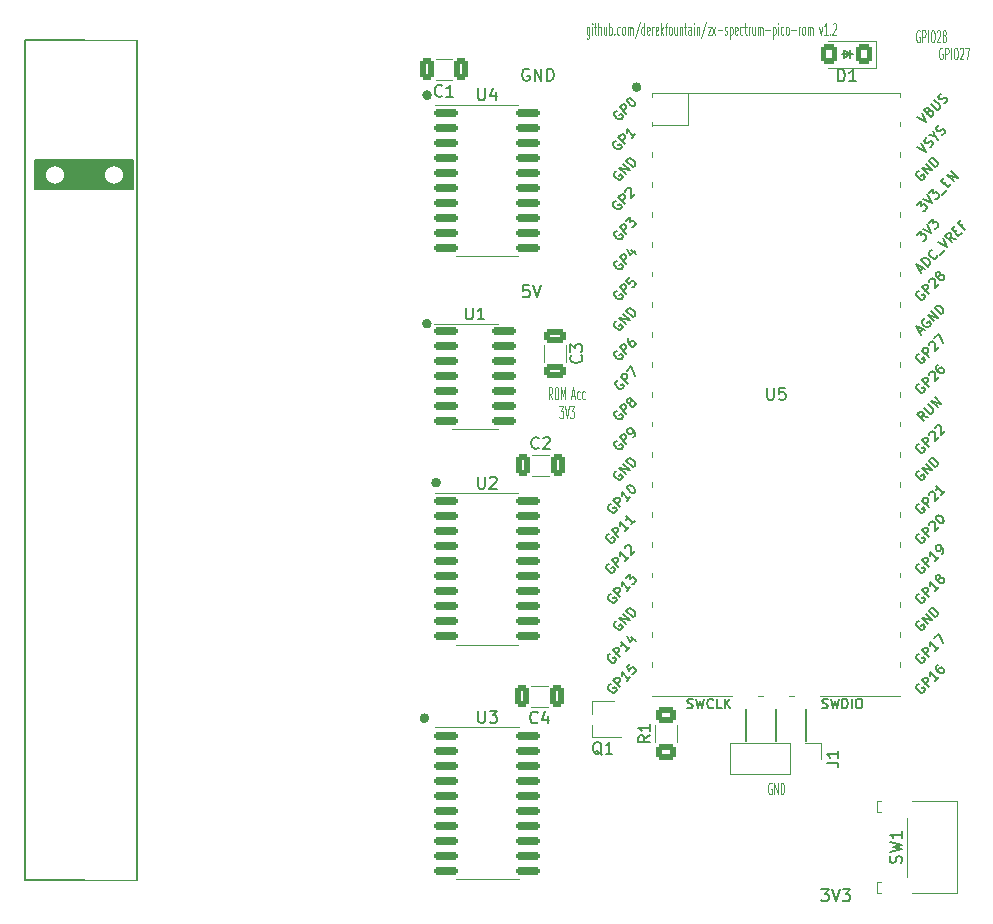
<source format=gto>
G04 #@! TF.GenerationSoftware,KiCad,Pcbnew,6.0.11-2627ca5db0~126~ubuntu22.04.1*
G04 #@! TF.CreationDate,2023-02-16T15:19:58+00:00*
G04 #@! TF.ProjectId,srom,73726f6d-2e6b-4696-9361-645f70636258,v1.2*
G04 #@! TF.SameCoordinates,Original*
G04 #@! TF.FileFunction,Legend,Top*
G04 #@! TF.FilePolarity,Positive*
%FSLAX46Y46*%
G04 Gerber Fmt 4.6, Leading zero omitted, Abs format (unit mm)*
G04 Created by KiCad (PCBNEW 6.0.11-2627ca5db0~126~ubuntu22.04.1) date 2023-02-16 15:19:58*
%MOMM*%
%LPD*%
G01*
G04 APERTURE LIST*
G04 Aperture macros list*
%AMRoundRect*
0 Rectangle with rounded corners*
0 $1 Rounding radius*
0 $2 $3 $4 $5 $6 $7 $8 $9 X,Y pos of 4 corners*
0 Add a 4 corners polygon primitive as box body*
4,1,4,$2,$3,$4,$5,$6,$7,$8,$9,$2,$3,0*
0 Add four circle primitives for the rounded corners*
1,1,$1+$1,$2,$3*
1,1,$1+$1,$4,$5*
1,1,$1+$1,$6,$7*
1,1,$1+$1,$8,$9*
0 Add four rect primitives between the rounded corners*
20,1,$1+$1,$2,$3,$4,$5,0*
20,1,$1+$1,$4,$5,$6,$7,0*
20,1,$1+$1,$6,$7,$8,$9,0*
20,1,$1+$1,$8,$9,$2,$3,0*%
G04 Aperture macros list end*
%ADD10C,0.414706*%
%ADD11C,0.150000*%
%ADD12C,0.125000*%
%ADD13C,0.120000*%
%ADD14C,2.000000*%
%ADD15RoundRect,0.250000X-0.325000X-0.650000X0.325000X-0.650000X0.325000X0.650000X-0.325000X0.650000X0*%
%ADD16RoundRect,0.150000X-0.837500X-0.150000X0.837500X-0.150000X0.837500X0.150000X-0.837500X0.150000X0*%
%ADD17RoundRect,0.250000X-0.650000X0.325000X-0.650000X-0.325000X0.650000X-0.325000X0.650000X0.325000X0*%
%ADD18RoundRect,0.250000X0.625000X-0.400000X0.625000X0.400000X-0.625000X0.400000X-0.625000X-0.400000X0*%
%ADD19RoundRect,0.250000X0.325000X0.650000X-0.325000X0.650000X-0.325000X-0.650000X0.325000X-0.650000X0*%
%ADD20R,2.000000X0.650000*%
%ADD21RoundRect,0.150000X-0.825000X-0.150000X0.825000X-0.150000X0.825000X0.150000X-0.825000X0.150000X0*%
%ADD22R,1.700000X1.700000*%
%ADD23O,1.700000X1.700000*%
%ADD24C,2.200000*%
%ADD25C,1.700000*%
%ADD26RoundRect,0.250001X0.462499X0.624999X-0.462499X0.624999X-0.462499X-0.624999X0.462499X-0.624999X0*%
%ADD27C,1.524000*%
%ADD28O,1.800000X1.800000*%
%ADD29O,1.500000X1.500000*%
%ADD30R,3.500000X1.700000*%
%ADD31R,1.700000X3.500000*%
G04 APERTURE END LIST*
D10*
X59667353Y-109740000D02*
G75*
G03*
X59667353Y-109740000I-207353J0D01*
G01*
D11*
X89260000Y-108995000D02*
X89260000Y-111665000D01*
X95750000Y-53530000D02*
X94810000Y-53520000D01*
D10*
X59897353Y-56990000D02*
G75*
G03*
X59897353Y-56990000I-207353J0D01*
G01*
D11*
X26460000Y-62480000D02*
X34750000Y-62480000D01*
X34750000Y-62480000D02*
X34750000Y-64940000D01*
X34750000Y-64940000D02*
X26460000Y-64940000D01*
X26460000Y-64940000D02*
X26460000Y-62480000D01*
G36*
X26460000Y-62480000D02*
G01*
X34750000Y-62480000D01*
X34750000Y-64940000D01*
X26460000Y-64940000D01*
X26460000Y-62480000D01*
G37*
X95530000Y-53520000D02*
X95040000Y-53220000D01*
X95540000Y-53160000D02*
X95540000Y-53830000D01*
D10*
X59877353Y-76330000D02*
G75*
G03*
X59877353Y-76330000I-207353J0D01*
G01*
D11*
X91790000Y-108975000D02*
X91790000Y-111645000D01*
D10*
X77637353Y-56310000D02*
G75*
G03*
X77637353Y-56310000I-207353J0D01*
G01*
D11*
X86680000Y-108980000D02*
X86680000Y-111650000D01*
D10*
X60657353Y-89790000D02*
G75*
G03*
X60657353Y-89790000I-207353J0D01*
G01*
D11*
X95030000Y-53860000D02*
X95530000Y-53520000D01*
X95030000Y-53180000D02*
X95030000Y-53860000D01*
D12*
X101383809Y-51550000D02*
X101336190Y-51502380D01*
X101264761Y-51502380D01*
X101193333Y-51550000D01*
X101145714Y-51645238D01*
X101121904Y-51740476D01*
X101098095Y-51930952D01*
X101098095Y-52073809D01*
X101121904Y-52264285D01*
X101145714Y-52359523D01*
X101193333Y-52454761D01*
X101264761Y-52502380D01*
X101312380Y-52502380D01*
X101383809Y-52454761D01*
X101407619Y-52407142D01*
X101407619Y-52073809D01*
X101312380Y-52073809D01*
X101621904Y-52502380D02*
X101621904Y-51502380D01*
X101812380Y-51502380D01*
X101860000Y-51550000D01*
X101883809Y-51597619D01*
X101907619Y-51692857D01*
X101907619Y-51835714D01*
X101883809Y-51930952D01*
X101860000Y-51978571D01*
X101812380Y-52026190D01*
X101621904Y-52026190D01*
X102121904Y-52502380D02*
X102121904Y-51502380D01*
X102455238Y-51502380D02*
X102550476Y-51502380D01*
X102598095Y-51550000D01*
X102645714Y-51645238D01*
X102669523Y-51835714D01*
X102669523Y-52169047D01*
X102645714Y-52359523D01*
X102598095Y-52454761D01*
X102550476Y-52502380D01*
X102455238Y-52502380D01*
X102407619Y-52454761D01*
X102360000Y-52359523D01*
X102336190Y-52169047D01*
X102336190Y-51835714D01*
X102360000Y-51645238D01*
X102407619Y-51550000D01*
X102455238Y-51502380D01*
X102860000Y-51597619D02*
X102883809Y-51550000D01*
X102931428Y-51502380D01*
X103050476Y-51502380D01*
X103098095Y-51550000D01*
X103121904Y-51597619D01*
X103145714Y-51692857D01*
X103145714Y-51788095D01*
X103121904Y-51930952D01*
X102836190Y-52502380D01*
X103145714Y-52502380D01*
X103431428Y-51930952D02*
X103383809Y-51883333D01*
X103360000Y-51835714D01*
X103336190Y-51740476D01*
X103336190Y-51692857D01*
X103360000Y-51597619D01*
X103383809Y-51550000D01*
X103431428Y-51502380D01*
X103526666Y-51502380D01*
X103574285Y-51550000D01*
X103598095Y-51597619D01*
X103621904Y-51692857D01*
X103621904Y-51740476D01*
X103598095Y-51835714D01*
X103574285Y-51883333D01*
X103526666Y-51930952D01*
X103431428Y-51930952D01*
X103383809Y-51978571D01*
X103360000Y-52026190D01*
X103336190Y-52121428D01*
X103336190Y-52311904D01*
X103360000Y-52407142D01*
X103383809Y-52454761D01*
X103431428Y-52502380D01*
X103526666Y-52502380D01*
X103574285Y-52454761D01*
X103598095Y-52407142D01*
X103621904Y-52311904D01*
X103621904Y-52121428D01*
X103598095Y-52026190D01*
X103574285Y-51978571D01*
X103526666Y-51930952D01*
X103323809Y-53010000D02*
X103276190Y-52962380D01*
X103204761Y-52962380D01*
X103133333Y-53010000D01*
X103085714Y-53105238D01*
X103061904Y-53200476D01*
X103038095Y-53390952D01*
X103038095Y-53533809D01*
X103061904Y-53724285D01*
X103085714Y-53819523D01*
X103133333Y-53914761D01*
X103204761Y-53962380D01*
X103252380Y-53962380D01*
X103323809Y-53914761D01*
X103347619Y-53867142D01*
X103347619Y-53533809D01*
X103252380Y-53533809D01*
X103561904Y-53962380D02*
X103561904Y-52962380D01*
X103752380Y-52962380D01*
X103800000Y-53010000D01*
X103823809Y-53057619D01*
X103847619Y-53152857D01*
X103847619Y-53295714D01*
X103823809Y-53390952D01*
X103800000Y-53438571D01*
X103752380Y-53486190D01*
X103561904Y-53486190D01*
X104061904Y-53962380D02*
X104061904Y-52962380D01*
X104395238Y-52962380D02*
X104490476Y-52962380D01*
X104538095Y-53010000D01*
X104585714Y-53105238D01*
X104609523Y-53295714D01*
X104609523Y-53629047D01*
X104585714Y-53819523D01*
X104538095Y-53914761D01*
X104490476Y-53962380D01*
X104395238Y-53962380D01*
X104347619Y-53914761D01*
X104300000Y-53819523D01*
X104276190Y-53629047D01*
X104276190Y-53295714D01*
X104300000Y-53105238D01*
X104347619Y-53010000D01*
X104395238Y-52962380D01*
X104800000Y-53057619D02*
X104823809Y-53010000D01*
X104871428Y-52962380D01*
X104990476Y-52962380D01*
X105038095Y-53010000D01*
X105061904Y-53057619D01*
X105085714Y-53152857D01*
X105085714Y-53248095D01*
X105061904Y-53390952D01*
X104776190Y-53962380D01*
X105085714Y-53962380D01*
X105252380Y-52962380D02*
X105585714Y-52962380D01*
X105371428Y-53962380D01*
X73438571Y-51205714D02*
X73438571Y-52015238D01*
X73414761Y-52110476D01*
X73390952Y-52158095D01*
X73343333Y-52205714D01*
X73271904Y-52205714D01*
X73224285Y-52158095D01*
X73438571Y-51824761D02*
X73390952Y-51872380D01*
X73295714Y-51872380D01*
X73248095Y-51824761D01*
X73224285Y-51777142D01*
X73200476Y-51681904D01*
X73200476Y-51396190D01*
X73224285Y-51300952D01*
X73248095Y-51253333D01*
X73295714Y-51205714D01*
X73390952Y-51205714D01*
X73438571Y-51253333D01*
X73676666Y-51872380D02*
X73676666Y-51205714D01*
X73676666Y-50872380D02*
X73652857Y-50920000D01*
X73676666Y-50967619D01*
X73700476Y-50920000D01*
X73676666Y-50872380D01*
X73676666Y-50967619D01*
X73843333Y-51205714D02*
X74033809Y-51205714D01*
X73914761Y-50872380D02*
X73914761Y-51729523D01*
X73938571Y-51824761D01*
X73986190Y-51872380D01*
X74033809Y-51872380D01*
X74200476Y-51872380D02*
X74200476Y-50872380D01*
X74414761Y-51872380D02*
X74414761Y-51348571D01*
X74390952Y-51253333D01*
X74343333Y-51205714D01*
X74271904Y-51205714D01*
X74224285Y-51253333D01*
X74200476Y-51300952D01*
X74867142Y-51205714D02*
X74867142Y-51872380D01*
X74652857Y-51205714D02*
X74652857Y-51729523D01*
X74676666Y-51824761D01*
X74724285Y-51872380D01*
X74795714Y-51872380D01*
X74843333Y-51824761D01*
X74867142Y-51777142D01*
X75105238Y-51872380D02*
X75105238Y-50872380D01*
X75105238Y-51253333D02*
X75152857Y-51205714D01*
X75248095Y-51205714D01*
X75295714Y-51253333D01*
X75319523Y-51300952D01*
X75343333Y-51396190D01*
X75343333Y-51681904D01*
X75319523Y-51777142D01*
X75295714Y-51824761D01*
X75248095Y-51872380D01*
X75152857Y-51872380D01*
X75105238Y-51824761D01*
X75557619Y-51777142D02*
X75581428Y-51824761D01*
X75557619Y-51872380D01*
X75533809Y-51824761D01*
X75557619Y-51777142D01*
X75557619Y-51872380D01*
X76010000Y-51824761D02*
X75962380Y-51872380D01*
X75867142Y-51872380D01*
X75819523Y-51824761D01*
X75795714Y-51777142D01*
X75771904Y-51681904D01*
X75771904Y-51396190D01*
X75795714Y-51300952D01*
X75819523Y-51253333D01*
X75867142Y-51205714D01*
X75962380Y-51205714D01*
X76010000Y-51253333D01*
X76295714Y-51872380D02*
X76248095Y-51824761D01*
X76224285Y-51777142D01*
X76200476Y-51681904D01*
X76200476Y-51396190D01*
X76224285Y-51300952D01*
X76248095Y-51253333D01*
X76295714Y-51205714D01*
X76367142Y-51205714D01*
X76414761Y-51253333D01*
X76438571Y-51300952D01*
X76462380Y-51396190D01*
X76462380Y-51681904D01*
X76438571Y-51777142D01*
X76414761Y-51824761D01*
X76367142Y-51872380D01*
X76295714Y-51872380D01*
X76676666Y-51872380D02*
X76676666Y-51205714D01*
X76676666Y-51300952D02*
X76700476Y-51253333D01*
X76748095Y-51205714D01*
X76819523Y-51205714D01*
X76867142Y-51253333D01*
X76890952Y-51348571D01*
X76890952Y-51872380D01*
X76890952Y-51348571D02*
X76914761Y-51253333D01*
X76962380Y-51205714D01*
X77033809Y-51205714D01*
X77081428Y-51253333D01*
X77105238Y-51348571D01*
X77105238Y-51872380D01*
X77700476Y-50824761D02*
X77271904Y-52110476D01*
X78081428Y-51872380D02*
X78081428Y-50872380D01*
X78081428Y-51824761D02*
X78033809Y-51872380D01*
X77938571Y-51872380D01*
X77890952Y-51824761D01*
X77867142Y-51777142D01*
X77843333Y-51681904D01*
X77843333Y-51396190D01*
X77867142Y-51300952D01*
X77890952Y-51253333D01*
X77938571Y-51205714D01*
X78033809Y-51205714D01*
X78081428Y-51253333D01*
X78510000Y-51824761D02*
X78462380Y-51872380D01*
X78367142Y-51872380D01*
X78319523Y-51824761D01*
X78295714Y-51729523D01*
X78295714Y-51348571D01*
X78319523Y-51253333D01*
X78367142Y-51205714D01*
X78462380Y-51205714D01*
X78510000Y-51253333D01*
X78533809Y-51348571D01*
X78533809Y-51443809D01*
X78295714Y-51539047D01*
X78748095Y-51872380D02*
X78748095Y-51205714D01*
X78748095Y-51396190D02*
X78771904Y-51300952D01*
X78795714Y-51253333D01*
X78843333Y-51205714D01*
X78890952Y-51205714D01*
X79248095Y-51824761D02*
X79200476Y-51872380D01*
X79105238Y-51872380D01*
X79057619Y-51824761D01*
X79033809Y-51729523D01*
X79033809Y-51348571D01*
X79057619Y-51253333D01*
X79105238Y-51205714D01*
X79200476Y-51205714D01*
X79248095Y-51253333D01*
X79271904Y-51348571D01*
X79271904Y-51443809D01*
X79033809Y-51539047D01*
X79486190Y-51872380D02*
X79486190Y-50872380D01*
X79533809Y-51491428D02*
X79676666Y-51872380D01*
X79676666Y-51205714D02*
X79486190Y-51586666D01*
X79819523Y-51205714D02*
X80010000Y-51205714D01*
X79890952Y-51872380D02*
X79890952Y-51015238D01*
X79914761Y-50920000D01*
X79962380Y-50872380D01*
X80010000Y-50872380D01*
X80248095Y-51872380D02*
X80200476Y-51824761D01*
X80176666Y-51777142D01*
X80152857Y-51681904D01*
X80152857Y-51396190D01*
X80176666Y-51300952D01*
X80200476Y-51253333D01*
X80248095Y-51205714D01*
X80319523Y-51205714D01*
X80367142Y-51253333D01*
X80390952Y-51300952D01*
X80414761Y-51396190D01*
X80414761Y-51681904D01*
X80390952Y-51777142D01*
X80367142Y-51824761D01*
X80319523Y-51872380D01*
X80248095Y-51872380D01*
X80843333Y-51205714D02*
X80843333Y-51872380D01*
X80629047Y-51205714D02*
X80629047Y-51729523D01*
X80652857Y-51824761D01*
X80700476Y-51872380D01*
X80771904Y-51872380D01*
X80819523Y-51824761D01*
X80843333Y-51777142D01*
X81081428Y-51205714D02*
X81081428Y-51872380D01*
X81081428Y-51300952D02*
X81105238Y-51253333D01*
X81152857Y-51205714D01*
X81224285Y-51205714D01*
X81271904Y-51253333D01*
X81295714Y-51348571D01*
X81295714Y-51872380D01*
X81462380Y-51205714D02*
X81652857Y-51205714D01*
X81533809Y-50872380D02*
X81533809Y-51729523D01*
X81557619Y-51824761D01*
X81605238Y-51872380D01*
X81652857Y-51872380D01*
X82033809Y-51872380D02*
X82033809Y-51348571D01*
X82010000Y-51253333D01*
X81962380Y-51205714D01*
X81867142Y-51205714D01*
X81819523Y-51253333D01*
X82033809Y-51824761D02*
X81986190Y-51872380D01*
X81867142Y-51872380D01*
X81819523Y-51824761D01*
X81795714Y-51729523D01*
X81795714Y-51634285D01*
X81819523Y-51539047D01*
X81867142Y-51491428D01*
X81986190Y-51491428D01*
X82033809Y-51443809D01*
X82271904Y-51872380D02*
X82271904Y-51205714D01*
X82271904Y-50872380D02*
X82248095Y-50920000D01*
X82271904Y-50967619D01*
X82295714Y-50920000D01*
X82271904Y-50872380D01*
X82271904Y-50967619D01*
X82510000Y-51205714D02*
X82510000Y-51872380D01*
X82510000Y-51300952D02*
X82533809Y-51253333D01*
X82581428Y-51205714D01*
X82652857Y-51205714D01*
X82700476Y-51253333D01*
X82724285Y-51348571D01*
X82724285Y-51872380D01*
X83319523Y-50824761D02*
X82890952Y-52110476D01*
X83438571Y-51205714D02*
X83700476Y-51205714D01*
X83438571Y-51872380D01*
X83700476Y-51872380D01*
X83843333Y-51872380D02*
X84105238Y-51205714D01*
X83843333Y-51205714D02*
X84105238Y-51872380D01*
X84295714Y-51491428D02*
X84676666Y-51491428D01*
X84890952Y-51824761D02*
X84938571Y-51872380D01*
X85033809Y-51872380D01*
X85081428Y-51824761D01*
X85105238Y-51729523D01*
X85105238Y-51681904D01*
X85081428Y-51586666D01*
X85033809Y-51539047D01*
X84962380Y-51539047D01*
X84914761Y-51491428D01*
X84890952Y-51396190D01*
X84890952Y-51348571D01*
X84914761Y-51253333D01*
X84962380Y-51205714D01*
X85033809Y-51205714D01*
X85081428Y-51253333D01*
X85319523Y-51205714D02*
X85319523Y-52205714D01*
X85319523Y-51253333D02*
X85367142Y-51205714D01*
X85462380Y-51205714D01*
X85510000Y-51253333D01*
X85533809Y-51300952D01*
X85557619Y-51396190D01*
X85557619Y-51681904D01*
X85533809Y-51777142D01*
X85510000Y-51824761D01*
X85462380Y-51872380D01*
X85367142Y-51872380D01*
X85319523Y-51824761D01*
X85962380Y-51824761D02*
X85914761Y-51872380D01*
X85819523Y-51872380D01*
X85771904Y-51824761D01*
X85748095Y-51729523D01*
X85748095Y-51348571D01*
X85771904Y-51253333D01*
X85819523Y-51205714D01*
X85914761Y-51205714D01*
X85962380Y-51253333D01*
X85986190Y-51348571D01*
X85986190Y-51443809D01*
X85748095Y-51539047D01*
X86414761Y-51824761D02*
X86367142Y-51872380D01*
X86271904Y-51872380D01*
X86224285Y-51824761D01*
X86200476Y-51777142D01*
X86176666Y-51681904D01*
X86176666Y-51396190D01*
X86200476Y-51300952D01*
X86224285Y-51253333D01*
X86271904Y-51205714D01*
X86367142Y-51205714D01*
X86414761Y-51253333D01*
X86557619Y-51205714D02*
X86748095Y-51205714D01*
X86629047Y-50872380D02*
X86629047Y-51729523D01*
X86652857Y-51824761D01*
X86700476Y-51872380D01*
X86748095Y-51872380D01*
X86914761Y-51872380D02*
X86914761Y-51205714D01*
X86914761Y-51396190D02*
X86938571Y-51300952D01*
X86962380Y-51253333D01*
X87010000Y-51205714D01*
X87057619Y-51205714D01*
X87438571Y-51205714D02*
X87438571Y-51872380D01*
X87224285Y-51205714D02*
X87224285Y-51729523D01*
X87248095Y-51824761D01*
X87295714Y-51872380D01*
X87367142Y-51872380D01*
X87414761Y-51824761D01*
X87438571Y-51777142D01*
X87676666Y-51872380D02*
X87676666Y-51205714D01*
X87676666Y-51300952D02*
X87700476Y-51253333D01*
X87748095Y-51205714D01*
X87819523Y-51205714D01*
X87867142Y-51253333D01*
X87890952Y-51348571D01*
X87890952Y-51872380D01*
X87890952Y-51348571D02*
X87914761Y-51253333D01*
X87962380Y-51205714D01*
X88033809Y-51205714D01*
X88081428Y-51253333D01*
X88105238Y-51348571D01*
X88105238Y-51872380D01*
X88343333Y-51491428D02*
X88724285Y-51491428D01*
X88962380Y-51205714D02*
X88962380Y-52205714D01*
X88962380Y-51253333D02*
X89009999Y-51205714D01*
X89105238Y-51205714D01*
X89152857Y-51253333D01*
X89176666Y-51300952D01*
X89200476Y-51396190D01*
X89200476Y-51681904D01*
X89176666Y-51777142D01*
X89152857Y-51824761D01*
X89105238Y-51872380D01*
X89009999Y-51872380D01*
X88962380Y-51824761D01*
X89414761Y-51872380D02*
X89414761Y-51205714D01*
X89414761Y-50872380D02*
X89390952Y-50920000D01*
X89414761Y-50967619D01*
X89438571Y-50920000D01*
X89414761Y-50872380D01*
X89414761Y-50967619D01*
X89867142Y-51824761D02*
X89819523Y-51872380D01*
X89724285Y-51872380D01*
X89676666Y-51824761D01*
X89652857Y-51777142D01*
X89629047Y-51681904D01*
X89629047Y-51396190D01*
X89652857Y-51300952D01*
X89676666Y-51253333D01*
X89724285Y-51205714D01*
X89819523Y-51205714D01*
X89867142Y-51253333D01*
X90152857Y-51872380D02*
X90105238Y-51824761D01*
X90081428Y-51777142D01*
X90057619Y-51681904D01*
X90057619Y-51396190D01*
X90081428Y-51300952D01*
X90105238Y-51253333D01*
X90152857Y-51205714D01*
X90224285Y-51205714D01*
X90271904Y-51253333D01*
X90295714Y-51300952D01*
X90319523Y-51396190D01*
X90319523Y-51681904D01*
X90295714Y-51777142D01*
X90271904Y-51824761D01*
X90224285Y-51872380D01*
X90152857Y-51872380D01*
X90533809Y-51491428D02*
X90914761Y-51491428D01*
X91152857Y-51872380D02*
X91152857Y-51205714D01*
X91152857Y-51396190D02*
X91176666Y-51300952D01*
X91200476Y-51253333D01*
X91248095Y-51205714D01*
X91295714Y-51205714D01*
X91533809Y-51872380D02*
X91486190Y-51824761D01*
X91462380Y-51777142D01*
X91438571Y-51681904D01*
X91438571Y-51396190D01*
X91462380Y-51300952D01*
X91486190Y-51253333D01*
X91533809Y-51205714D01*
X91605238Y-51205714D01*
X91652857Y-51253333D01*
X91676666Y-51300952D01*
X91700476Y-51396190D01*
X91700476Y-51681904D01*
X91676666Y-51777142D01*
X91652857Y-51824761D01*
X91605238Y-51872380D01*
X91533809Y-51872380D01*
X91914761Y-51872380D02*
X91914761Y-51205714D01*
X91914761Y-51300952D02*
X91938571Y-51253333D01*
X91986190Y-51205714D01*
X92057619Y-51205714D01*
X92105238Y-51253333D01*
X92129047Y-51348571D01*
X92129047Y-51872380D01*
X92129047Y-51348571D02*
X92152857Y-51253333D01*
X92200476Y-51205714D01*
X92271904Y-51205714D01*
X92319523Y-51253333D01*
X92343333Y-51348571D01*
X92343333Y-51872380D01*
X92914761Y-51205714D02*
X93033809Y-51872380D01*
X93152857Y-51205714D01*
X93605238Y-51872380D02*
X93319523Y-51872380D01*
X93462380Y-51872380D02*
X93462380Y-50872380D01*
X93414761Y-51015238D01*
X93367142Y-51110476D01*
X93319523Y-51158095D01*
X93819523Y-51777142D02*
X93843333Y-51824761D01*
X93819523Y-51872380D01*
X93795714Y-51824761D01*
X93819523Y-51777142D01*
X93819523Y-51872380D01*
X94033809Y-50967619D02*
X94057619Y-50920000D01*
X94105238Y-50872380D01*
X94224285Y-50872380D01*
X94271904Y-50920000D01*
X94295714Y-50967619D01*
X94319523Y-51062857D01*
X94319523Y-51158095D01*
X94295714Y-51300952D01*
X94010000Y-51872380D01*
X94319523Y-51872380D01*
D11*
X68329523Y-73082380D02*
X67853333Y-73082380D01*
X67805714Y-73558571D01*
X67853333Y-73510952D01*
X67948571Y-73463333D01*
X68186666Y-73463333D01*
X68281904Y-73510952D01*
X68329523Y-73558571D01*
X68377142Y-73653809D01*
X68377142Y-73891904D01*
X68329523Y-73987142D01*
X68281904Y-74034761D01*
X68186666Y-74082380D01*
X67948571Y-74082380D01*
X67853333Y-74034761D01*
X67805714Y-73987142D01*
X68662857Y-73082380D02*
X68996190Y-74082380D01*
X69329523Y-73082380D01*
D12*
X88859047Y-115230000D02*
X88811428Y-115182380D01*
X88740000Y-115182380D01*
X88668571Y-115230000D01*
X88620952Y-115325238D01*
X88597142Y-115420476D01*
X88573333Y-115610952D01*
X88573333Y-115753809D01*
X88597142Y-115944285D01*
X88620952Y-116039523D01*
X88668571Y-116134761D01*
X88740000Y-116182380D01*
X88787619Y-116182380D01*
X88859047Y-116134761D01*
X88882857Y-116087142D01*
X88882857Y-115753809D01*
X88787619Y-115753809D01*
X89097142Y-116182380D02*
X89097142Y-115182380D01*
X89382857Y-116182380D01*
X89382857Y-115182380D01*
X89620952Y-116182380D02*
X89620952Y-115182380D01*
X89740000Y-115182380D01*
X89811428Y-115230000D01*
X89859047Y-115325238D01*
X89882857Y-115420476D01*
X89906666Y-115610952D01*
X89906666Y-115753809D01*
X89882857Y-115944285D01*
X89859047Y-116039523D01*
X89811428Y-116134761D01*
X89740000Y-116182380D01*
X89620952Y-116182380D01*
D11*
X93061904Y-124222380D02*
X93680952Y-124222380D01*
X93347619Y-124603333D01*
X93490476Y-124603333D01*
X93585714Y-124650952D01*
X93633333Y-124698571D01*
X93680952Y-124793809D01*
X93680952Y-125031904D01*
X93633333Y-125127142D01*
X93585714Y-125174761D01*
X93490476Y-125222380D01*
X93204761Y-125222380D01*
X93109523Y-125174761D01*
X93061904Y-125127142D01*
X93966666Y-124222380D02*
X94300000Y-125222380D01*
X94633333Y-124222380D01*
X94871428Y-124222380D02*
X95490476Y-124222380D01*
X95157142Y-124603333D01*
X95300000Y-124603333D01*
X95395238Y-124650952D01*
X95442857Y-124698571D01*
X95490476Y-124793809D01*
X95490476Y-125031904D01*
X95442857Y-125127142D01*
X95395238Y-125174761D01*
X95300000Y-125222380D01*
X95014285Y-125222380D01*
X94919047Y-125174761D01*
X94871428Y-125127142D01*
D12*
X70293809Y-82727380D02*
X70127142Y-82251190D01*
X70008095Y-82727380D02*
X70008095Y-81727380D01*
X70198571Y-81727380D01*
X70246190Y-81775000D01*
X70270000Y-81822619D01*
X70293809Y-81917857D01*
X70293809Y-82060714D01*
X70270000Y-82155952D01*
X70246190Y-82203571D01*
X70198571Y-82251190D01*
X70008095Y-82251190D01*
X70603333Y-81727380D02*
X70698571Y-81727380D01*
X70746190Y-81775000D01*
X70793809Y-81870238D01*
X70817619Y-82060714D01*
X70817619Y-82394047D01*
X70793809Y-82584523D01*
X70746190Y-82679761D01*
X70698571Y-82727380D01*
X70603333Y-82727380D01*
X70555714Y-82679761D01*
X70508095Y-82584523D01*
X70484285Y-82394047D01*
X70484285Y-82060714D01*
X70508095Y-81870238D01*
X70555714Y-81775000D01*
X70603333Y-81727380D01*
X71031904Y-82727380D02*
X71031904Y-81727380D01*
X71198571Y-82441666D01*
X71365238Y-81727380D01*
X71365238Y-82727380D01*
X71960476Y-82441666D02*
X72198571Y-82441666D01*
X71912857Y-82727380D02*
X72079523Y-81727380D01*
X72246190Y-82727380D01*
X72627142Y-82679761D02*
X72579523Y-82727380D01*
X72484285Y-82727380D01*
X72436666Y-82679761D01*
X72412857Y-82632142D01*
X72389047Y-82536904D01*
X72389047Y-82251190D01*
X72412857Y-82155952D01*
X72436666Y-82108333D01*
X72484285Y-82060714D01*
X72579523Y-82060714D01*
X72627142Y-82108333D01*
X73055714Y-82679761D02*
X73008095Y-82727380D01*
X72912857Y-82727380D01*
X72865238Y-82679761D01*
X72841428Y-82632142D01*
X72817619Y-82536904D01*
X72817619Y-82251190D01*
X72841428Y-82155952D01*
X72865238Y-82108333D01*
X72912857Y-82060714D01*
X73008095Y-82060714D01*
X73055714Y-82108333D01*
X70900952Y-83337380D02*
X71210476Y-83337380D01*
X71043809Y-83718333D01*
X71115238Y-83718333D01*
X71162857Y-83765952D01*
X71186666Y-83813571D01*
X71210476Y-83908809D01*
X71210476Y-84146904D01*
X71186666Y-84242142D01*
X71162857Y-84289761D01*
X71115238Y-84337380D01*
X70972380Y-84337380D01*
X70924761Y-84289761D01*
X70900952Y-84242142D01*
X71353333Y-83337380D02*
X71520000Y-84337380D01*
X71686666Y-83337380D01*
X71805714Y-83337380D02*
X72115238Y-83337380D01*
X71948571Y-83718333D01*
X72020000Y-83718333D01*
X72067619Y-83765952D01*
X72091428Y-83813571D01*
X72115238Y-83908809D01*
X72115238Y-84146904D01*
X72091428Y-84242142D01*
X72067619Y-84289761D01*
X72020000Y-84337380D01*
X71877142Y-84337380D01*
X71829523Y-84289761D01*
X71805714Y-84242142D01*
D11*
X68318095Y-54800000D02*
X68222857Y-54752380D01*
X68080000Y-54752380D01*
X67937142Y-54800000D01*
X67841904Y-54895238D01*
X67794285Y-54990476D01*
X67746666Y-55180952D01*
X67746666Y-55323809D01*
X67794285Y-55514285D01*
X67841904Y-55609523D01*
X67937142Y-55704761D01*
X68080000Y-55752380D01*
X68175238Y-55752380D01*
X68318095Y-55704761D01*
X68365714Y-55657142D01*
X68365714Y-55323809D01*
X68175238Y-55323809D01*
X68794285Y-55752380D02*
X68794285Y-54752380D01*
X69365714Y-55752380D01*
X69365714Y-54752380D01*
X69841904Y-55752380D02*
X69841904Y-54752380D01*
X70080000Y-54752380D01*
X70222857Y-54800000D01*
X70318095Y-54895238D01*
X70365714Y-54990476D01*
X70413333Y-55180952D01*
X70413333Y-55323809D01*
X70365714Y-55514285D01*
X70318095Y-55609523D01*
X70222857Y-55704761D01*
X70080000Y-55752380D01*
X69841904Y-55752380D01*
X69133333Y-86847142D02*
X69085714Y-86894761D01*
X68942857Y-86942380D01*
X68847619Y-86942380D01*
X68704761Y-86894761D01*
X68609523Y-86799523D01*
X68561904Y-86704285D01*
X68514285Y-86513809D01*
X68514285Y-86370952D01*
X68561904Y-86180476D01*
X68609523Y-86085238D01*
X68704761Y-85990000D01*
X68847619Y-85942380D01*
X68942857Y-85942380D01*
X69085714Y-85990000D01*
X69133333Y-86037619D01*
X69514285Y-86037619D02*
X69561904Y-85990000D01*
X69657142Y-85942380D01*
X69895238Y-85942380D01*
X69990476Y-85990000D01*
X70038095Y-86037619D01*
X70085714Y-86132857D01*
X70085714Y-86228095D01*
X70038095Y-86370952D01*
X69466666Y-86942380D01*
X70085714Y-86942380D01*
X64028095Y-109122380D02*
X64028095Y-109931904D01*
X64075714Y-110027142D01*
X64123333Y-110074761D01*
X64218571Y-110122380D01*
X64409047Y-110122380D01*
X64504285Y-110074761D01*
X64551904Y-110027142D01*
X64599523Y-109931904D01*
X64599523Y-109122380D01*
X64980476Y-109122380D02*
X65599523Y-109122380D01*
X65266190Y-109503333D01*
X65409047Y-109503333D01*
X65504285Y-109550952D01*
X65551904Y-109598571D01*
X65599523Y-109693809D01*
X65599523Y-109931904D01*
X65551904Y-110027142D01*
X65504285Y-110074761D01*
X65409047Y-110122380D01*
X65123333Y-110122380D01*
X65028095Y-110074761D01*
X64980476Y-110027142D01*
X64008095Y-89302380D02*
X64008095Y-90111904D01*
X64055714Y-90207142D01*
X64103333Y-90254761D01*
X64198571Y-90302380D01*
X64389047Y-90302380D01*
X64484285Y-90254761D01*
X64531904Y-90207142D01*
X64579523Y-90111904D01*
X64579523Y-89302380D01*
X65008095Y-89397619D02*
X65055714Y-89350000D01*
X65150952Y-89302380D01*
X65389047Y-89302380D01*
X65484285Y-89350000D01*
X65531904Y-89397619D01*
X65579523Y-89492857D01*
X65579523Y-89588095D01*
X65531904Y-89730952D01*
X64960476Y-90302380D01*
X65579523Y-90302380D01*
X72727142Y-79026666D02*
X72774761Y-79074285D01*
X72822380Y-79217142D01*
X72822380Y-79312380D01*
X72774761Y-79455238D01*
X72679523Y-79550476D01*
X72584285Y-79598095D01*
X72393809Y-79645714D01*
X72250952Y-79645714D01*
X72060476Y-79598095D01*
X71965238Y-79550476D01*
X71870000Y-79455238D01*
X71822380Y-79312380D01*
X71822380Y-79217142D01*
X71870000Y-79074285D01*
X71917619Y-79026666D01*
X71822380Y-78693333D02*
X71822380Y-78074285D01*
X72203333Y-78407619D01*
X72203333Y-78264761D01*
X72250952Y-78169523D01*
X72298571Y-78121904D01*
X72393809Y-78074285D01*
X72631904Y-78074285D01*
X72727142Y-78121904D01*
X72774761Y-78169523D01*
X72822380Y-78264761D01*
X72822380Y-78550476D01*
X72774761Y-78645714D01*
X72727142Y-78693333D01*
X78572380Y-111196666D02*
X78096190Y-111530000D01*
X78572380Y-111768095D02*
X77572380Y-111768095D01*
X77572380Y-111387142D01*
X77620000Y-111291904D01*
X77667619Y-111244285D01*
X77762857Y-111196666D01*
X77905714Y-111196666D01*
X78000952Y-111244285D01*
X78048571Y-111291904D01*
X78096190Y-111387142D01*
X78096190Y-111768095D01*
X78572380Y-110244285D02*
X78572380Y-110815714D01*
X78572380Y-110530000D02*
X77572380Y-110530000D01*
X77715238Y-110625238D01*
X77810476Y-110720476D01*
X77858095Y-110815714D01*
X69043333Y-110087142D02*
X68995714Y-110134761D01*
X68852857Y-110182380D01*
X68757619Y-110182380D01*
X68614761Y-110134761D01*
X68519523Y-110039523D01*
X68471904Y-109944285D01*
X68424285Y-109753809D01*
X68424285Y-109610952D01*
X68471904Y-109420476D01*
X68519523Y-109325238D01*
X68614761Y-109230000D01*
X68757619Y-109182380D01*
X68852857Y-109182380D01*
X68995714Y-109230000D01*
X69043333Y-109277619D01*
X69900476Y-109515714D02*
X69900476Y-110182380D01*
X69662380Y-109134761D02*
X69424285Y-109849047D01*
X70043333Y-109849047D01*
X74484761Y-112847619D02*
X74389523Y-112800000D01*
X74294285Y-112704761D01*
X74151428Y-112561904D01*
X74056190Y-112514285D01*
X73960952Y-112514285D01*
X74008571Y-112752380D02*
X73913333Y-112704761D01*
X73818095Y-112609523D01*
X73770476Y-112419047D01*
X73770476Y-112085714D01*
X73818095Y-111895238D01*
X73913333Y-111800000D01*
X74008571Y-111752380D01*
X74199047Y-111752380D01*
X74294285Y-111800000D01*
X74389523Y-111895238D01*
X74437142Y-112085714D01*
X74437142Y-112419047D01*
X74389523Y-112609523D01*
X74294285Y-112704761D01*
X74199047Y-112752380D01*
X74008571Y-112752380D01*
X75389523Y-112752380D02*
X74818095Y-112752380D01*
X75103809Y-112752380D02*
X75103809Y-111752380D01*
X75008571Y-111895238D01*
X74913333Y-111990476D01*
X74818095Y-112038095D01*
X62978095Y-74972380D02*
X62978095Y-75781904D01*
X63025714Y-75877142D01*
X63073333Y-75924761D01*
X63168571Y-75972380D01*
X63359047Y-75972380D01*
X63454285Y-75924761D01*
X63501904Y-75877142D01*
X63549523Y-75781904D01*
X63549523Y-74972380D01*
X64549523Y-75972380D02*
X63978095Y-75972380D01*
X64263809Y-75972380D02*
X64263809Y-74972380D01*
X64168571Y-75115238D01*
X64073333Y-75210476D01*
X63978095Y-75258095D01*
X64008095Y-56422380D02*
X64008095Y-57231904D01*
X64055714Y-57327142D01*
X64103333Y-57374761D01*
X64198571Y-57422380D01*
X64389047Y-57422380D01*
X64484285Y-57374761D01*
X64531904Y-57327142D01*
X64579523Y-57231904D01*
X64579523Y-56422380D01*
X65484285Y-56755714D02*
X65484285Y-57422380D01*
X65246190Y-56374761D02*
X65008095Y-57089047D01*
X65627142Y-57089047D01*
X60953333Y-57017142D02*
X60905714Y-57064761D01*
X60762857Y-57112380D01*
X60667619Y-57112380D01*
X60524761Y-57064761D01*
X60429523Y-56969523D01*
X60381904Y-56874285D01*
X60334285Y-56683809D01*
X60334285Y-56540952D01*
X60381904Y-56350476D01*
X60429523Y-56255238D01*
X60524761Y-56160000D01*
X60667619Y-56112380D01*
X60762857Y-56112380D01*
X60905714Y-56160000D01*
X60953333Y-56207619D01*
X61905714Y-57112380D02*
X61334285Y-57112380D01*
X61620000Y-57112380D02*
X61620000Y-56112380D01*
X61524761Y-56255238D01*
X61429523Y-56350476D01*
X61334285Y-56398095D01*
X93512380Y-113498333D02*
X94226666Y-113498333D01*
X94369523Y-113545952D01*
X94464761Y-113641190D01*
X94512380Y-113784047D01*
X94512380Y-113879285D01*
X94512380Y-112498333D02*
X94512380Y-113069761D01*
X94512380Y-112784047D02*
X93512380Y-112784047D01*
X93655238Y-112879285D01*
X93750476Y-112974523D01*
X93798095Y-113069761D01*
X99829761Y-121983333D02*
X99877380Y-121840476D01*
X99877380Y-121602380D01*
X99829761Y-121507142D01*
X99782142Y-121459523D01*
X99686904Y-121411904D01*
X99591666Y-121411904D01*
X99496428Y-121459523D01*
X99448809Y-121507142D01*
X99401190Y-121602380D01*
X99353571Y-121792857D01*
X99305952Y-121888095D01*
X99258333Y-121935714D01*
X99163095Y-121983333D01*
X99067857Y-121983333D01*
X98972619Y-121935714D01*
X98925000Y-121888095D01*
X98877380Y-121792857D01*
X98877380Y-121554761D01*
X98925000Y-121411904D01*
X98877380Y-121078571D02*
X99877380Y-120840476D01*
X99163095Y-120650000D01*
X99877380Y-120459523D01*
X98877380Y-120221428D01*
X99877380Y-119316666D02*
X99877380Y-119888095D01*
X99877380Y-119602380D02*
X98877380Y-119602380D01*
X99020238Y-119697619D01*
X99115476Y-119792857D01*
X99163095Y-119888095D01*
X94491904Y-55812380D02*
X94491904Y-54812380D01*
X94730000Y-54812380D01*
X94872857Y-54860000D01*
X94968095Y-54955238D01*
X95015714Y-55050476D01*
X95063333Y-55240952D01*
X95063333Y-55383809D01*
X95015714Y-55574285D01*
X94968095Y-55669523D01*
X94872857Y-55764761D01*
X94730000Y-55812380D01*
X94491904Y-55812380D01*
X96015714Y-55812380D02*
X95444285Y-55812380D01*
X95730000Y-55812380D02*
X95730000Y-54812380D01*
X95634761Y-54955238D01*
X95539523Y-55050476D01*
X95444285Y-55098095D01*
X88478095Y-81772380D02*
X88478095Y-82581904D01*
X88525714Y-82677142D01*
X88573333Y-82724761D01*
X88668571Y-82772380D01*
X88859047Y-82772380D01*
X88954285Y-82724761D01*
X89001904Y-82677142D01*
X89049523Y-82581904D01*
X89049523Y-81772380D01*
X90001904Y-81772380D02*
X89525714Y-81772380D01*
X89478095Y-82248571D01*
X89525714Y-82200952D01*
X89620952Y-82153333D01*
X89859047Y-82153333D01*
X89954285Y-82200952D01*
X90001904Y-82248571D01*
X90049523Y-82343809D01*
X90049523Y-82581904D01*
X90001904Y-82677142D01*
X89954285Y-82724761D01*
X89859047Y-82772380D01*
X89620952Y-82772380D01*
X89525714Y-82724761D01*
X89478095Y-82677142D01*
X102078375Y-84263435D02*
X101620439Y-84182622D01*
X101755126Y-84586683D02*
X101189441Y-84020998D01*
X101404940Y-83805499D01*
X101485752Y-83778561D01*
X101539627Y-83778561D01*
X101620439Y-83805499D01*
X101701251Y-83886311D01*
X101728189Y-83967123D01*
X101728189Y-84020998D01*
X101701251Y-84101810D01*
X101485752Y-84317309D01*
X101755126Y-83455312D02*
X102213062Y-83913248D01*
X102293874Y-83940186D01*
X102347749Y-83940186D01*
X102428561Y-83913248D01*
X102536311Y-83805499D01*
X102563248Y-83724687D01*
X102563248Y-83670812D01*
X102536311Y-83590000D01*
X102078375Y-83132064D01*
X102913435Y-83428375D02*
X102347749Y-82862690D01*
X103236683Y-83105126D01*
X102670998Y-82539441D01*
X75853096Y-81141218D02*
X75772284Y-81168155D01*
X75691471Y-81248967D01*
X75637597Y-81356717D01*
X75637597Y-81464467D01*
X75664534Y-81545279D01*
X75745346Y-81679966D01*
X75826158Y-81760778D01*
X75960845Y-81841590D01*
X76041658Y-81868528D01*
X76149407Y-81868528D01*
X76257157Y-81814653D01*
X76311032Y-81760778D01*
X76364906Y-81653028D01*
X76364906Y-81599154D01*
X76176345Y-81410592D01*
X76068595Y-81518341D01*
X76661218Y-81410592D02*
X76095532Y-80844906D01*
X76311032Y-80629407D01*
X76391844Y-80602470D01*
X76445719Y-80602470D01*
X76526531Y-80629407D01*
X76607343Y-80710219D01*
X76634280Y-80791032D01*
X76634280Y-80844906D01*
X76607343Y-80925719D01*
X76391844Y-81141218D01*
X76607343Y-80333096D02*
X76984467Y-79955972D01*
X77307715Y-80764094D01*
X75753096Y-68471218D02*
X75672284Y-68498155D01*
X75591471Y-68578967D01*
X75537597Y-68686717D01*
X75537597Y-68794467D01*
X75564534Y-68875279D01*
X75645346Y-69009966D01*
X75726158Y-69090778D01*
X75860845Y-69171590D01*
X75941658Y-69198528D01*
X76049407Y-69198528D01*
X76157157Y-69144653D01*
X76211032Y-69090778D01*
X76264906Y-68983028D01*
X76264906Y-68929154D01*
X76076345Y-68740592D01*
X75968595Y-68848341D01*
X76561218Y-68740592D02*
X75995532Y-68174906D01*
X76211032Y-67959407D01*
X76291844Y-67932470D01*
X76345719Y-67932470D01*
X76426531Y-67959407D01*
X76507343Y-68040219D01*
X76534280Y-68121032D01*
X76534280Y-68174906D01*
X76507343Y-68255719D01*
X76291844Y-68471218D01*
X76507343Y-67663096D02*
X76857529Y-67312910D01*
X76884467Y-67716971D01*
X76965279Y-67636158D01*
X77046091Y-67609221D01*
X77099966Y-67609221D01*
X77180778Y-67636158D01*
X77315465Y-67770845D01*
X77342402Y-67851658D01*
X77342402Y-67905532D01*
X77315465Y-67986345D01*
X77153841Y-68147969D01*
X77073028Y-68174906D01*
X77019154Y-68174906D01*
X101337722Y-73566592D02*
X101256910Y-73593529D01*
X101176097Y-73674341D01*
X101122223Y-73782091D01*
X101122223Y-73889841D01*
X101149160Y-73970653D01*
X101229972Y-74105340D01*
X101310784Y-74186152D01*
X101445471Y-74266964D01*
X101526284Y-74293902D01*
X101634033Y-74293902D01*
X101741783Y-74240027D01*
X101795658Y-74186152D01*
X101849532Y-74078402D01*
X101849532Y-74024528D01*
X101660971Y-73835966D01*
X101553221Y-73943715D01*
X102145844Y-73835966D02*
X101580158Y-73270280D01*
X101795658Y-73054781D01*
X101876470Y-73027844D01*
X101930345Y-73027844D01*
X102011157Y-73054781D01*
X102091969Y-73135593D01*
X102118906Y-73216406D01*
X102118906Y-73270280D01*
X102091969Y-73351093D01*
X101876470Y-73566592D01*
X102172781Y-72785407D02*
X102172781Y-72731532D01*
X102199719Y-72650720D01*
X102334406Y-72516033D01*
X102415218Y-72489096D01*
X102469093Y-72489096D01*
X102549905Y-72516033D01*
X102603780Y-72569908D01*
X102657654Y-72677658D01*
X102657654Y-73324155D01*
X103007841Y-72973969D01*
X103007841Y-72327471D02*
X102927028Y-72354409D01*
X102873154Y-72354409D01*
X102792341Y-72327471D01*
X102765404Y-72300534D01*
X102738467Y-72219722D01*
X102738467Y-72165847D01*
X102765404Y-72085035D01*
X102873154Y-71977285D01*
X102953966Y-71950348D01*
X103007841Y-71950348D01*
X103088653Y-71977285D01*
X103115590Y-72004223D01*
X103142528Y-72085035D01*
X103142528Y-72138910D01*
X103115590Y-72219722D01*
X103007841Y-72327471D01*
X102980903Y-72408284D01*
X102980903Y-72462158D01*
X103007841Y-72542971D01*
X103115590Y-72650720D01*
X103196402Y-72677658D01*
X103250277Y-72677658D01*
X103331089Y-72650720D01*
X103438839Y-72542971D01*
X103465776Y-72462158D01*
X103465776Y-72408284D01*
X103438839Y-72327471D01*
X103331089Y-72219722D01*
X103250277Y-72192784D01*
X103196402Y-72192784D01*
X103115590Y-72219722D01*
X75753096Y-83711218D02*
X75672284Y-83738155D01*
X75591471Y-83818967D01*
X75537597Y-83926717D01*
X75537597Y-84034467D01*
X75564534Y-84115279D01*
X75645346Y-84249966D01*
X75726158Y-84330778D01*
X75860845Y-84411590D01*
X75941658Y-84438528D01*
X76049407Y-84438528D01*
X76157157Y-84384653D01*
X76211032Y-84330778D01*
X76264906Y-84223028D01*
X76264906Y-84169154D01*
X76076345Y-83980592D01*
X75968595Y-84088341D01*
X76561218Y-83980592D02*
X75995532Y-83414906D01*
X76211032Y-83199407D01*
X76291844Y-83172470D01*
X76345719Y-83172470D01*
X76426531Y-83199407D01*
X76507343Y-83280219D01*
X76534280Y-83361032D01*
X76534280Y-83414906D01*
X76507343Y-83495719D01*
X76291844Y-83711218D01*
X76884467Y-83010845D02*
X76803654Y-83037783D01*
X76749780Y-83037783D01*
X76668967Y-83010845D01*
X76642030Y-82983908D01*
X76615093Y-82903096D01*
X76615093Y-82849221D01*
X76642030Y-82768409D01*
X76749780Y-82660659D01*
X76830592Y-82633722D01*
X76884467Y-82633722D01*
X76965279Y-82660659D01*
X76992216Y-82687597D01*
X77019154Y-82768409D01*
X77019154Y-82822284D01*
X76992216Y-82903096D01*
X76884467Y-83010845D01*
X76857529Y-83091658D01*
X76857529Y-83145532D01*
X76884467Y-83226345D01*
X76992216Y-83334094D01*
X77073028Y-83361032D01*
X77126903Y-83361032D01*
X77207715Y-83334094D01*
X77315465Y-83226345D01*
X77342402Y-83145532D01*
X77342402Y-83091658D01*
X77315465Y-83010845D01*
X77207715Y-82903096D01*
X77126903Y-82876158D01*
X77073028Y-82876158D01*
X76992216Y-82903096D01*
X101337722Y-94140592D02*
X101256910Y-94167529D01*
X101176097Y-94248341D01*
X101122223Y-94356091D01*
X101122223Y-94463841D01*
X101149160Y-94544653D01*
X101229972Y-94679340D01*
X101310784Y-94760152D01*
X101445471Y-94840964D01*
X101526284Y-94867902D01*
X101634033Y-94867902D01*
X101741783Y-94814027D01*
X101795658Y-94760152D01*
X101849532Y-94652402D01*
X101849532Y-94598528D01*
X101660971Y-94409966D01*
X101553221Y-94517715D01*
X102145844Y-94409966D02*
X101580158Y-93844280D01*
X101795658Y-93628781D01*
X101876470Y-93601844D01*
X101930345Y-93601844D01*
X102011157Y-93628781D01*
X102091969Y-93709593D01*
X102118906Y-93790406D01*
X102118906Y-93844280D01*
X102091969Y-93925093D01*
X101876470Y-94140592D01*
X102172781Y-93359407D02*
X102172781Y-93305532D01*
X102199719Y-93224720D01*
X102334406Y-93090033D01*
X102415218Y-93063096D01*
X102469093Y-93063096D01*
X102549905Y-93090033D01*
X102603780Y-93143908D01*
X102657654Y-93251658D01*
X102657654Y-93898155D01*
X103007841Y-93547969D01*
X102792341Y-92632097D02*
X102846216Y-92578223D01*
X102927028Y-92551285D01*
X102980903Y-92551285D01*
X103061715Y-92578223D01*
X103196402Y-92659035D01*
X103331089Y-92793722D01*
X103411902Y-92928409D01*
X103438839Y-93009221D01*
X103438839Y-93063096D01*
X103411902Y-93143908D01*
X103358027Y-93197783D01*
X103277215Y-93224720D01*
X103223340Y-93224720D01*
X103142528Y-93197783D01*
X103007841Y-93116971D01*
X102873154Y-92982284D01*
X102792341Y-92847597D01*
X102765404Y-92766784D01*
X102765404Y-92712910D01*
X102792341Y-92632097D01*
X101337722Y-99220592D02*
X101256910Y-99247529D01*
X101176097Y-99328341D01*
X101122223Y-99436091D01*
X101122223Y-99543841D01*
X101149160Y-99624653D01*
X101229972Y-99759340D01*
X101310784Y-99840152D01*
X101445471Y-99920964D01*
X101526284Y-99947902D01*
X101634033Y-99947902D01*
X101741783Y-99894027D01*
X101795658Y-99840152D01*
X101849532Y-99732402D01*
X101849532Y-99678528D01*
X101660971Y-99489966D01*
X101553221Y-99597715D01*
X102145844Y-99489966D02*
X101580158Y-98924280D01*
X101795658Y-98708781D01*
X101876470Y-98681844D01*
X101930345Y-98681844D01*
X102011157Y-98708781D01*
X102091969Y-98789593D01*
X102118906Y-98870406D01*
X102118906Y-98924280D01*
X102091969Y-99005093D01*
X101876470Y-99220592D01*
X103007841Y-98627969D02*
X102684592Y-98951218D01*
X102846216Y-98789593D02*
X102280531Y-98223908D01*
X102307468Y-98358595D01*
X102307468Y-98466345D01*
X102280531Y-98547157D01*
X103007841Y-97981471D02*
X102927028Y-98008409D01*
X102873154Y-98008409D01*
X102792341Y-97981471D01*
X102765404Y-97954534D01*
X102738467Y-97873722D01*
X102738467Y-97819847D01*
X102765404Y-97739035D01*
X102873154Y-97631285D01*
X102953966Y-97604348D01*
X103007841Y-97604348D01*
X103088653Y-97631285D01*
X103115590Y-97658223D01*
X103142528Y-97739035D01*
X103142528Y-97792910D01*
X103115590Y-97873722D01*
X103007841Y-97981471D01*
X102980903Y-98062284D01*
X102980903Y-98116158D01*
X103007841Y-98196971D01*
X103115590Y-98304720D01*
X103196402Y-98331658D01*
X103250277Y-98331658D01*
X103331089Y-98304720D01*
X103438839Y-98196971D01*
X103465776Y-98116158D01*
X103465776Y-98062284D01*
X103438839Y-97981471D01*
X103331089Y-97873722D01*
X103250277Y-97846784D01*
X103196402Y-97846784D01*
X103115590Y-97873722D01*
X101394788Y-71853773D02*
X101664162Y-71584399D01*
X101502537Y-72069272D02*
X101125414Y-71315025D01*
X101879661Y-71692149D01*
X102068223Y-71503587D02*
X101502537Y-70937902D01*
X101637224Y-70803215D01*
X101744974Y-70749340D01*
X101852723Y-70749340D01*
X101933536Y-70776277D01*
X102068223Y-70857089D01*
X102149035Y-70937902D01*
X102229847Y-71072589D01*
X102256784Y-71153401D01*
X102256784Y-71261150D01*
X102202910Y-71368900D01*
X102068223Y-71503587D01*
X102903282Y-70560778D02*
X102903282Y-70614653D01*
X102849407Y-70722402D01*
X102795532Y-70776277D01*
X102687783Y-70830152D01*
X102580033Y-70830152D01*
X102499221Y-70803215D01*
X102364534Y-70722402D01*
X102283722Y-70641590D01*
X102202910Y-70506903D01*
X102175972Y-70426091D01*
X102175972Y-70318341D01*
X102229847Y-70210592D01*
X102283722Y-70156717D01*
X102391471Y-70102842D01*
X102445346Y-70102842D01*
X103118781Y-70560778D02*
X103549780Y-70129780D01*
X102984094Y-69456345D02*
X103738341Y-69833468D01*
X103361218Y-69079221D01*
X104438714Y-69133096D02*
X103980778Y-69052284D01*
X104115465Y-69456345D02*
X103549780Y-68890659D01*
X103765279Y-68675160D01*
X103846091Y-68648223D01*
X103899966Y-68648223D01*
X103980778Y-68675160D01*
X104061590Y-68755972D01*
X104088528Y-68836784D01*
X104088528Y-68890659D01*
X104061590Y-68971471D01*
X103846091Y-69186971D01*
X104384839Y-68594348D02*
X104573401Y-68405786D01*
X104950524Y-68621285D02*
X104681150Y-68890659D01*
X104115465Y-68324974D01*
X104384839Y-68055600D01*
X105085211Y-67893975D02*
X104896650Y-68082537D01*
X105192961Y-68378849D02*
X104627276Y-67813163D01*
X104896650Y-67543789D01*
X101326158Y-101518155D02*
X101245346Y-101545093D01*
X101164534Y-101625905D01*
X101110659Y-101733654D01*
X101110659Y-101841404D01*
X101137597Y-101922216D01*
X101218409Y-102056903D01*
X101299221Y-102137715D01*
X101433908Y-102218528D01*
X101514720Y-102245465D01*
X101622470Y-102245465D01*
X101730219Y-102191590D01*
X101784094Y-102137715D01*
X101837969Y-102029966D01*
X101837969Y-101976091D01*
X101649407Y-101787529D01*
X101541658Y-101895279D01*
X102134280Y-101787529D02*
X101568595Y-101221844D01*
X102457529Y-101464280D01*
X101891844Y-100898595D01*
X102726903Y-101194906D02*
X102161218Y-100629221D01*
X102295905Y-100494534D01*
X102403654Y-100440659D01*
X102511404Y-100440659D01*
X102592216Y-100467597D01*
X102726903Y-100548409D01*
X102807715Y-100629221D01*
X102888528Y-100763908D01*
X102915465Y-100844720D01*
X102915465Y-100952470D01*
X102861590Y-101060219D01*
X102726903Y-101194906D01*
X101162131Y-66278308D02*
X101512317Y-65928122D01*
X101539255Y-66332183D01*
X101620067Y-66251370D01*
X101700879Y-66224433D01*
X101754754Y-66224433D01*
X101835566Y-66251370D01*
X101970253Y-66386057D01*
X101997190Y-66466870D01*
X101997190Y-66520744D01*
X101970253Y-66601557D01*
X101808629Y-66763181D01*
X101727816Y-66790118D01*
X101673942Y-66790118D01*
X101673942Y-65766497D02*
X102428189Y-66143621D01*
X102051065Y-65389374D01*
X102185752Y-65254687D02*
X102535938Y-64904500D01*
X102562876Y-65308561D01*
X102643688Y-65227749D01*
X102724500Y-65200812D01*
X102778375Y-65200812D01*
X102859187Y-65227749D01*
X102993874Y-65362436D01*
X103020812Y-65443248D01*
X103020812Y-65497123D01*
X102993874Y-65577935D01*
X102832250Y-65739560D01*
X102751438Y-65766497D01*
X102697563Y-65766497D01*
X103263248Y-65416311D02*
X103694247Y-64985312D01*
X103478748Y-64500439D02*
X103667309Y-64311877D01*
X104044433Y-64527377D02*
X103775059Y-64796751D01*
X103209374Y-64231065D01*
X103478748Y-63961691D01*
X104286870Y-64284940D02*
X103721184Y-63719255D01*
X104610118Y-63961691D01*
X104044433Y-63396006D01*
X101193129Y-58847309D02*
X101947377Y-59224433D01*
X101570253Y-58470186D01*
X102216751Y-58362436D02*
X102324500Y-58308561D01*
X102378375Y-58308561D01*
X102459187Y-58335499D01*
X102539999Y-58416311D01*
X102566937Y-58497123D01*
X102566937Y-58550998D01*
X102540000Y-58631810D01*
X102324500Y-58847309D01*
X101758815Y-58281624D01*
X101947377Y-58093062D01*
X102028189Y-58066125D01*
X102082064Y-58066125D01*
X102162876Y-58093062D01*
X102216751Y-58146937D01*
X102243688Y-58227749D01*
X102243688Y-58281624D01*
X102216751Y-58362436D01*
X102028189Y-58550998D01*
X102324500Y-57715938D02*
X102782436Y-58173874D01*
X102863248Y-58200812D01*
X102917123Y-58200812D01*
X102997935Y-58173874D01*
X103105685Y-58066125D01*
X103132622Y-57985312D01*
X103132622Y-57931438D01*
X103105685Y-57850625D01*
X102647749Y-57392690D01*
X103428934Y-57689001D02*
X103536683Y-57635126D01*
X103671370Y-57500439D01*
X103698308Y-57419627D01*
X103698308Y-57365752D01*
X103671370Y-57284940D01*
X103617496Y-57231065D01*
X103536683Y-57204128D01*
X103482809Y-57204128D01*
X103401996Y-57231065D01*
X103267309Y-57311877D01*
X103186497Y-57338815D01*
X103132622Y-57338815D01*
X103051810Y-57311877D01*
X102997935Y-57258003D01*
X102970998Y-57177190D01*
X102970998Y-57123316D01*
X102997935Y-57042503D01*
X103132622Y-56907816D01*
X103240372Y-56853942D01*
X75229722Y-99220592D02*
X75148910Y-99247529D01*
X75068097Y-99328341D01*
X75014223Y-99436091D01*
X75014223Y-99543841D01*
X75041160Y-99624653D01*
X75121972Y-99759340D01*
X75202784Y-99840152D01*
X75337471Y-99920964D01*
X75418284Y-99947902D01*
X75526033Y-99947902D01*
X75633783Y-99894027D01*
X75687658Y-99840152D01*
X75741532Y-99732402D01*
X75741532Y-99678528D01*
X75552971Y-99489966D01*
X75445221Y-99597715D01*
X76037844Y-99489966D02*
X75472158Y-98924280D01*
X75687658Y-98708781D01*
X75768470Y-98681844D01*
X75822345Y-98681844D01*
X75903157Y-98708781D01*
X75983969Y-98789593D01*
X76010906Y-98870406D01*
X76010906Y-98924280D01*
X75983969Y-99005093D01*
X75768470Y-99220592D01*
X76899841Y-98627969D02*
X76576592Y-98951218D01*
X76738216Y-98789593D02*
X76172531Y-98223908D01*
X76199468Y-98358595D01*
X76199468Y-98466345D01*
X76172531Y-98547157D01*
X76522717Y-97873722D02*
X76872903Y-97523536D01*
X76899841Y-97927597D01*
X76980653Y-97846784D01*
X77061465Y-97819847D01*
X77115340Y-97819847D01*
X77196152Y-97846784D01*
X77330839Y-97981471D01*
X77357776Y-98062284D01*
X77357776Y-98116158D01*
X77330839Y-98196971D01*
X77169215Y-98358595D01*
X77088402Y-98385532D01*
X77034528Y-98385532D01*
X75653096Y-60841218D02*
X75572284Y-60868155D01*
X75491471Y-60948967D01*
X75437597Y-61056717D01*
X75437597Y-61164467D01*
X75464534Y-61245279D01*
X75545346Y-61379966D01*
X75626158Y-61460778D01*
X75760845Y-61541590D01*
X75841658Y-61568528D01*
X75949407Y-61568528D01*
X76057157Y-61514653D01*
X76111032Y-61460778D01*
X76164906Y-61353028D01*
X76164906Y-61299154D01*
X75976345Y-61110592D01*
X75868595Y-61218341D01*
X76461218Y-61110592D02*
X75895532Y-60544906D01*
X76111032Y-60329407D01*
X76191844Y-60302470D01*
X76245719Y-60302470D01*
X76326531Y-60329407D01*
X76407343Y-60410219D01*
X76434280Y-60491032D01*
X76434280Y-60544906D01*
X76407343Y-60625719D01*
X76191844Y-60841218D01*
X77323215Y-60248595D02*
X76999966Y-60571844D01*
X77161590Y-60410219D02*
X76595905Y-59844534D01*
X76622842Y-59979221D01*
X76622842Y-60086971D01*
X76595905Y-60167783D01*
X75083722Y-96680592D02*
X75002910Y-96707529D01*
X74922097Y-96788341D01*
X74868223Y-96896091D01*
X74868223Y-97003841D01*
X74895160Y-97084653D01*
X74975972Y-97219340D01*
X75056784Y-97300152D01*
X75191471Y-97380964D01*
X75272284Y-97407902D01*
X75380033Y-97407902D01*
X75487783Y-97354027D01*
X75541658Y-97300152D01*
X75595532Y-97192402D01*
X75595532Y-97138528D01*
X75406971Y-96949966D01*
X75299221Y-97057715D01*
X75891844Y-96949966D02*
X75326158Y-96384280D01*
X75541658Y-96168781D01*
X75622470Y-96141844D01*
X75676345Y-96141844D01*
X75757157Y-96168781D01*
X75837969Y-96249593D01*
X75864906Y-96330406D01*
X75864906Y-96384280D01*
X75837969Y-96465093D01*
X75622470Y-96680592D01*
X76753841Y-96087969D02*
X76430592Y-96411218D01*
X76592216Y-96249593D02*
X76026531Y-95683908D01*
X76053468Y-95818595D01*
X76053468Y-95926345D01*
X76026531Y-96007157D01*
X76457529Y-95360659D02*
X76457529Y-95306784D01*
X76484467Y-95225972D01*
X76619154Y-95091285D01*
X76699966Y-95064348D01*
X76753841Y-95064348D01*
X76834653Y-95091285D01*
X76888528Y-95145160D01*
X76942402Y-95252910D01*
X76942402Y-95899407D01*
X77292589Y-95549221D01*
X75726158Y-88818155D02*
X75645346Y-88845093D01*
X75564534Y-88925905D01*
X75510659Y-89033654D01*
X75510659Y-89141404D01*
X75537597Y-89222216D01*
X75618409Y-89356903D01*
X75699221Y-89437715D01*
X75833908Y-89518528D01*
X75914720Y-89545465D01*
X76022470Y-89545465D01*
X76130219Y-89491590D01*
X76184094Y-89437715D01*
X76237969Y-89329966D01*
X76237969Y-89276091D01*
X76049407Y-89087529D01*
X75941658Y-89195279D01*
X76534280Y-89087529D02*
X75968595Y-88521844D01*
X76857529Y-88764280D01*
X76291844Y-88198595D01*
X77126903Y-88494906D02*
X76561218Y-87929221D01*
X76695905Y-87794534D01*
X76803654Y-87740659D01*
X76911404Y-87740659D01*
X76992216Y-87767597D01*
X77126903Y-87848409D01*
X77207715Y-87929221D01*
X77288528Y-88063908D01*
X77315465Y-88144720D01*
X77315465Y-88252470D01*
X77261590Y-88360219D01*
X77126903Y-88494906D01*
X101337722Y-91610592D02*
X101256910Y-91637529D01*
X101176097Y-91718341D01*
X101122223Y-91826091D01*
X101122223Y-91933841D01*
X101149160Y-92014653D01*
X101229972Y-92149340D01*
X101310784Y-92230152D01*
X101445471Y-92310964D01*
X101526284Y-92337902D01*
X101634033Y-92337902D01*
X101741783Y-92284027D01*
X101795658Y-92230152D01*
X101849532Y-92122402D01*
X101849532Y-92068528D01*
X101660971Y-91879966D01*
X101553221Y-91987715D01*
X102145844Y-91879966D02*
X101580158Y-91314280D01*
X101795658Y-91098781D01*
X101876470Y-91071844D01*
X101930345Y-91071844D01*
X102011157Y-91098781D01*
X102091969Y-91179593D01*
X102118906Y-91260406D01*
X102118906Y-91314280D01*
X102091969Y-91395093D01*
X101876470Y-91610592D01*
X102172781Y-90829407D02*
X102172781Y-90775532D01*
X102199719Y-90694720D01*
X102334406Y-90560033D01*
X102415218Y-90533096D01*
X102469093Y-90533096D01*
X102549905Y-90560033D01*
X102603780Y-90613908D01*
X102657654Y-90721658D01*
X102657654Y-91368155D01*
X103007841Y-91017969D01*
X103546589Y-90479221D02*
X103223340Y-90802470D01*
X103384964Y-90640845D02*
X102819279Y-90075160D01*
X102846216Y-90209847D01*
X102846216Y-90317597D01*
X102819279Y-90398409D01*
X93144761Y-108843809D02*
X93259047Y-108881904D01*
X93449523Y-108881904D01*
X93525714Y-108843809D01*
X93563809Y-108805714D01*
X93601904Y-108729523D01*
X93601904Y-108653333D01*
X93563809Y-108577142D01*
X93525714Y-108539047D01*
X93449523Y-108500952D01*
X93297142Y-108462857D01*
X93220952Y-108424761D01*
X93182857Y-108386666D01*
X93144761Y-108310476D01*
X93144761Y-108234285D01*
X93182857Y-108158095D01*
X93220952Y-108120000D01*
X93297142Y-108081904D01*
X93487619Y-108081904D01*
X93601904Y-108120000D01*
X93868571Y-108081904D02*
X94059047Y-108881904D01*
X94211428Y-108310476D01*
X94363809Y-108881904D01*
X94554285Y-108081904D01*
X94859047Y-108881904D02*
X94859047Y-108081904D01*
X95049523Y-108081904D01*
X95163809Y-108120000D01*
X95240000Y-108196190D01*
X95278095Y-108272380D01*
X95316190Y-108424761D01*
X95316190Y-108539047D01*
X95278095Y-108691428D01*
X95240000Y-108767619D01*
X95163809Y-108843809D01*
X95049523Y-108881904D01*
X94859047Y-108881904D01*
X95659047Y-108881904D02*
X95659047Y-108081904D01*
X96192380Y-108081904D02*
X96344761Y-108081904D01*
X96420952Y-108120000D01*
X96497142Y-108196190D01*
X96535238Y-108348571D01*
X96535238Y-108615238D01*
X96497142Y-108767619D01*
X96420952Y-108843809D01*
X96344761Y-108881904D01*
X96192380Y-108881904D01*
X96116190Y-108843809D01*
X96040000Y-108767619D01*
X96001904Y-108615238D01*
X96001904Y-108348571D01*
X96040000Y-108196190D01*
X96116190Y-108120000D01*
X96192380Y-108081904D01*
X75229722Y-106840592D02*
X75148910Y-106867529D01*
X75068097Y-106948341D01*
X75014223Y-107056091D01*
X75014223Y-107163841D01*
X75041160Y-107244653D01*
X75121972Y-107379340D01*
X75202784Y-107460152D01*
X75337471Y-107540964D01*
X75418284Y-107567902D01*
X75526033Y-107567902D01*
X75633783Y-107514027D01*
X75687658Y-107460152D01*
X75741532Y-107352402D01*
X75741532Y-107298528D01*
X75552971Y-107109966D01*
X75445221Y-107217715D01*
X76037844Y-107109966D02*
X75472158Y-106544280D01*
X75687658Y-106328781D01*
X75768470Y-106301844D01*
X75822345Y-106301844D01*
X75903157Y-106328781D01*
X75983969Y-106409593D01*
X76010906Y-106490406D01*
X76010906Y-106544280D01*
X75983969Y-106625093D01*
X75768470Y-106840592D01*
X76899841Y-106247969D02*
X76576592Y-106571218D01*
X76738216Y-106409593D02*
X76172531Y-105843908D01*
X76199468Y-105978595D01*
X76199468Y-106086345D01*
X76172531Y-106167157D01*
X76845966Y-105170473D02*
X76576592Y-105439847D01*
X76819028Y-105736158D01*
X76819028Y-105682284D01*
X76845966Y-105601471D01*
X76980653Y-105466784D01*
X77061465Y-105439847D01*
X77115340Y-105439847D01*
X77196152Y-105466784D01*
X77330839Y-105601471D01*
X77357776Y-105682284D01*
X77357776Y-105736158D01*
X77330839Y-105816971D01*
X77196152Y-105951658D01*
X77115340Y-105978595D01*
X77061465Y-105978595D01*
X75753096Y-86251218D02*
X75672284Y-86278155D01*
X75591471Y-86358967D01*
X75537597Y-86466717D01*
X75537597Y-86574467D01*
X75564534Y-86655279D01*
X75645346Y-86789966D01*
X75726158Y-86870778D01*
X75860845Y-86951590D01*
X75941658Y-86978528D01*
X76049407Y-86978528D01*
X76157157Y-86924653D01*
X76211032Y-86870778D01*
X76264906Y-86763028D01*
X76264906Y-86709154D01*
X76076345Y-86520592D01*
X75968595Y-86628341D01*
X76561218Y-86520592D02*
X75995532Y-85954906D01*
X76211032Y-85739407D01*
X76291844Y-85712470D01*
X76345719Y-85712470D01*
X76426531Y-85739407D01*
X76507343Y-85820219D01*
X76534280Y-85901032D01*
X76534280Y-85954906D01*
X76507343Y-86035719D01*
X76291844Y-86251218D01*
X77153841Y-85927969D02*
X77261590Y-85820219D01*
X77288528Y-85739407D01*
X77288528Y-85685532D01*
X77261590Y-85550845D01*
X77180778Y-85416158D01*
X76965279Y-85200659D01*
X76884467Y-85173722D01*
X76830592Y-85173722D01*
X76749780Y-85200659D01*
X76642030Y-85308409D01*
X76615093Y-85389221D01*
X76615093Y-85443096D01*
X76642030Y-85523908D01*
X76776717Y-85658595D01*
X76857529Y-85685532D01*
X76911404Y-85685532D01*
X76992216Y-85658595D01*
X77099966Y-85550845D01*
X77126903Y-85470033D01*
X77126903Y-85416158D01*
X77099966Y-85335346D01*
X75183722Y-104300592D02*
X75102910Y-104327529D01*
X75022097Y-104408341D01*
X74968223Y-104516091D01*
X74968223Y-104623841D01*
X74995160Y-104704653D01*
X75075972Y-104839340D01*
X75156784Y-104920152D01*
X75291471Y-105000964D01*
X75372284Y-105027902D01*
X75480033Y-105027902D01*
X75587783Y-104974027D01*
X75641658Y-104920152D01*
X75695532Y-104812402D01*
X75695532Y-104758528D01*
X75506971Y-104569966D01*
X75399221Y-104677715D01*
X75991844Y-104569966D02*
X75426158Y-104004280D01*
X75641658Y-103788781D01*
X75722470Y-103761844D01*
X75776345Y-103761844D01*
X75857157Y-103788781D01*
X75937969Y-103869593D01*
X75964906Y-103950406D01*
X75964906Y-104004280D01*
X75937969Y-104085093D01*
X75722470Y-104300592D01*
X76853841Y-103707969D02*
X76530592Y-104031218D01*
X76692216Y-103869593D02*
X76126531Y-103303908D01*
X76153468Y-103438595D01*
X76153468Y-103546345D01*
X76126531Y-103627157D01*
X76961590Y-102845972D02*
X77338714Y-103223096D01*
X76611404Y-102765160D02*
X76880778Y-103303908D01*
X77230964Y-102953722D01*
X101326158Y-63418155D02*
X101245346Y-63445093D01*
X101164534Y-63525905D01*
X101110659Y-63633654D01*
X101110659Y-63741404D01*
X101137597Y-63822216D01*
X101218409Y-63956903D01*
X101299221Y-64037715D01*
X101433908Y-64118528D01*
X101514720Y-64145465D01*
X101622470Y-64145465D01*
X101730219Y-64091590D01*
X101784094Y-64037715D01*
X101837969Y-63929966D01*
X101837969Y-63876091D01*
X101649407Y-63687529D01*
X101541658Y-63795279D01*
X102134280Y-63687529D02*
X101568595Y-63121844D01*
X102457529Y-63364280D01*
X101891844Y-62798595D01*
X102726903Y-63094906D02*
X102161218Y-62529221D01*
X102295905Y-62394534D01*
X102403654Y-62340659D01*
X102511404Y-62340659D01*
X102592216Y-62367597D01*
X102726903Y-62448409D01*
X102807715Y-62529221D01*
X102888528Y-62663908D01*
X102915465Y-62744720D01*
X102915465Y-62852470D01*
X102861590Y-62960219D01*
X102726903Y-63094906D01*
X75653096Y-65931218D02*
X75572284Y-65958155D01*
X75491471Y-66038967D01*
X75437597Y-66146717D01*
X75437597Y-66254467D01*
X75464534Y-66335279D01*
X75545346Y-66469966D01*
X75626158Y-66550778D01*
X75760845Y-66631590D01*
X75841658Y-66658528D01*
X75949407Y-66658528D01*
X76057157Y-66604653D01*
X76111032Y-66550778D01*
X76164906Y-66443028D01*
X76164906Y-66389154D01*
X75976345Y-66200592D01*
X75868595Y-66308341D01*
X76461218Y-66200592D02*
X75895532Y-65634906D01*
X76111032Y-65419407D01*
X76191844Y-65392470D01*
X76245719Y-65392470D01*
X76326531Y-65419407D01*
X76407343Y-65500219D01*
X76434280Y-65581032D01*
X76434280Y-65634906D01*
X76407343Y-65715719D01*
X76191844Y-65931218D01*
X76488155Y-65150033D02*
X76488155Y-65096158D01*
X76515093Y-65015346D01*
X76649780Y-64880659D01*
X76730592Y-64853722D01*
X76784467Y-64853722D01*
X76865279Y-64880659D01*
X76919154Y-64934534D01*
X76973028Y-65042284D01*
X76973028Y-65688781D01*
X77323215Y-65338595D01*
X101160473Y-61389966D02*
X101914720Y-61767089D01*
X101537597Y-61012842D01*
X102237969Y-61389966D02*
X102345719Y-61336091D01*
X102480406Y-61201404D01*
X102507343Y-61120592D01*
X102507343Y-61066717D01*
X102480406Y-60985905D01*
X102426531Y-60932030D01*
X102345719Y-60905093D01*
X102291844Y-60905093D01*
X102211032Y-60932030D01*
X102076345Y-61012842D01*
X101995532Y-61039780D01*
X101941658Y-61039780D01*
X101860845Y-61012842D01*
X101806971Y-60958967D01*
X101780033Y-60878155D01*
X101780033Y-60824280D01*
X101806971Y-60743468D01*
X101941658Y-60608781D01*
X102049407Y-60554906D01*
X102668967Y-60474094D02*
X102938341Y-60743468D01*
X102184094Y-60366345D02*
X102668967Y-60474094D01*
X102561218Y-59989221D01*
X103261590Y-60366345D02*
X103369340Y-60312470D01*
X103504027Y-60177783D01*
X103530964Y-60096971D01*
X103530964Y-60043096D01*
X103504027Y-59962284D01*
X103450152Y-59908409D01*
X103369340Y-59881471D01*
X103315465Y-59881471D01*
X103234653Y-59908409D01*
X103099966Y-59989221D01*
X103019154Y-60016158D01*
X102965279Y-60016158D01*
X102884467Y-59989221D01*
X102830592Y-59935346D01*
X102803654Y-59854534D01*
X102803654Y-59800659D01*
X102830592Y-59719847D01*
X102965279Y-59585160D01*
X103073028Y-59531285D01*
X75726158Y-101518155D02*
X75645346Y-101545093D01*
X75564534Y-101625905D01*
X75510659Y-101733654D01*
X75510659Y-101841404D01*
X75537597Y-101922216D01*
X75618409Y-102056903D01*
X75699221Y-102137715D01*
X75833908Y-102218528D01*
X75914720Y-102245465D01*
X76022470Y-102245465D01*
X76130219Y-102191590D01*
X76184094Y-102137715D01*
X76237969Y-102029966D01*
X76237969Y-101976091D01*
X76049407Y-101787529D01*
X75941658Y-101895279D01*
X76534280Y-101787529D02*
X75968595Y-101221844D01*
X76857529Y-101464280D01*
X76291844Y-100898595D01*
X77126903Y-101194906D02*
X76561218Y-100629221D01*
X76695905Y-100494534D01*
X76803654Y-100440659D01*
X76911404Y-100440659D01*
X76992216Y-100467597D01*
X77126903Y-100548409D01*
X77207715Y-100629221D01*
X77288528Y-100763908D01*
X77315465Y-100844720D01*
X77315465Y-100952470D01*
X77261590Y-101060219D01*
X77126903Y-101194906D01*
X101391597Y-77060964D02*
X101660971Y-76791590D01*
X101499346Y-77276463D02*
X101122223Y-76522216D01*
X101876470Y-76899340D01*
X101822595Y-75875719D02*
X101741783Y-75902656D01*
X101660971Y-75983468D01*
X101607096Y-76091218D01*
X101607096Y-76198967D01*
X101634033Y-76279780D01*
X101714845Y-76414467D01*
X101795658Y-76495279D01*
X101930345Y-76576091D01*
X102011157Y-76603028D01*
X102118906Y-76603028D01*
X102226656Y-76549154D01*
X102280531Y-76495279D01*
X102334406Y-76387529D01*
X102334406Y-76333654D01*
X102145844Y-76145093D01*
X102038094Y-76252842D01*
X102630717Y-76145093D02*
X102065032Y-75579407D01*
X102953966Y-75821844D01*
X102388280Y-75256158D01*
X103223340Y-75552470D02*
X102657654Y-74986784D01*
X102792341Y-74852097D01*
X102900091Y-74798223D01*
X103007841Y-74798223D01*
X103088653Y-74825160D01*
X103223340Y-74905972D01*
X103304152Y-74986784D01*
X103384964Y-75121471D01*
X103411902Y-75202284D01*
X103411902Y-75310033D01*
X103358027Y-75417783D01*
X103223340Y-75552470D01*
X101337722Y-81440592D02*
X101256910Y-81467529D01*
X101176097Y-81548341D01*
X101122223Y-81656091D01*
X101122223Y-81763841D01*
X101149160Y-81844653D01*
X101229972Y-81979340D01*
X101310784Y-82060152D01*
X101445471Y-82140964D01*
X101526284Y-82167902D01*
X101634033Y-82167902D01*
X101741783Y-82114027D01*
X101795658Y-82060152D01*
X101849532Y-81952402D01*
X101849532Y-81898528D01*
X101660971Y-81709966D01*
X101553221Y-81817715D01*
X102145844Y-81709966D02*
X101580158Y-81144280D01*
X101795658Y-80928781D01*
X101876470Y-80901844D01*
X101930345Y-80901844D01*
X102011157Y-80928781D01*
X102091969Y-81009593D01*
X102118906Y-81090406D01*
X102118906Y-81144280D01*
X102091969Y-81225093D01*
X101876470Y-81440592D01*
X102172781Y-80659407D02*
X102172781Y-80605532D01*
X102199719Y-80524720D01*
X102334406Y-80390033D01*
X102415218Y-80363096D01*
X102469093Y-80363096D01*
X102549905Y-80390033D01*
X102603780Y-80443908D01*
X102657654Y-80551658D01*
X102657654Y-81198155D01*
X103007841Y-80847969D01*
X102927028Y-79797410D02*
X102819279Y-79905160D01*
X102792341Y-79985972D01*
X102792341Y-80039847D01*
X102819279Y-80174534D01*
X102900091Y-80309221D01*
X103115590Y-80524720D01*
X103196402Y-80551658D01*
X103250277Y-80551658D01*
X103331089Y-80524720D01*
X103438839Y-80416971D01*
X103465776Y-80336158D01*
X103465776Y-80282284D01*
X103438839Y-80201471D01*
X103304152Y-80066784D01*
X103223340Y-80039847D01*
X103169465Y-80039847D01*
X103088653Y-80066784D01*
X102980903Y-80174534D01*
X102953966Y-80255346D01*
X102953966Y-80309221D01*
X102980903Y-80390033D01*
X75083722Y-94140592D02*
X75002910Y-94167529D01*
X74922097Y-94248341D01*
X74868223Y-94356091D01*
X74868223Y-94463841D01*
X74895160Y-94544653D01*
X74975972Y-94679340D01*
X75056784Y-94760152D01*
X75191471Y-94840964D01*
X75272284Y-94867902D01*
X75380033Y-94867902D01*
X75487783Y-94814027D01*
X75541658Y-94760152D01*
X75595532Y-94652402D01*
X75595532Y-94598528D01*
X75406971Y-94409966D01*
X75299221Y-94517715D01*
X75891844Y-94409966D02*
X75326158Y-93844280D01*
X75541658Y-93628781D01*
X75622470Y-93601844D01*
X75676345Y-93601844D01*
X75757157Y-93628781D01*
X75837969Y-93709593D01*
X75864906Y-93790406D01*
X75864906Y-93844280D01*
X75837969Y-93925093D01*
X75622470Y-94140592D01*
X76753841Y-93547969D02*
X76430592Y-93871218D01*
X76592216Y-93709593D02*
X76026531Y-93143908D01*
X76053468Y-93278595D01*
X76053468Y-93386345D01*
X76026531Y-93467157D01*
X77292589Y-93009221D02*
X76969340Y-93332470D01*
X77130964Y-93170845D02*
X76565279Y-92605160D01*
X76592216Y-92739847D01*
X76592216Y-92847597D01*
X76565279Y-92928409D01*
X75229722Y-91600592D02*
X75148910Y-91627529D01*
X75068097Y-91708341D01*
X75014223Y-91816091D01*
X75014223Y-91923841D01*
X75041160Y-92004653D01*
X75121972Y-92139340D01*
X75202784Y-92220152D01*
X75337471Y-92300964D01*
X75418284Y-92327902D01*
X75526033Y-92327902D01*
X75633783Y-92274027D01*
X75687658Y-92220152D01*
X75741532Y-92112402D01*
X75741532Y-92058528D01*
X75552971Y-91869966D01*
X75445221Y-91977715D01*
X76037844Y-91869966D02*
X75472158Y-91304280D01*
X75687658Y-91088781D01*
X75768470Y-91061844D01*
X75822345Y-91061844D01*
X75903157Y-91088781D01*
X75983969Y-91169593D01*
X76010906Y-91250406D01*
X76010906Y-91304280D01*
X75983969Y-91385093D01*
X75768470Y-91600592D01*
X76899841Y-91007969D02*
X76576592Y-91331218D01*
X76738216Y-91169593D02*
X76172531Y-90603908D01*
X76199468Y-90738595D01*
X76199468Y-90846345D01*
X76172531Y-90927157D01*
X76684341Y-90092097D02*
X76738216Y-90038223D01*
X76819028Y-90011285D01*
X76872903Y-90011285D01*
X76953715Y-90038223D01*
X77088402Y-90119035D01*
X77223089Y-90253722D01*
X77303902Y-90388409D01*
X77330839Y-90469221D01*
X77330839Y-90523096D01*
X77303902Y-90603908D01*
X77250027Y-90657783D01*
X77169215Y-90684720D01*
X77115340Y-90684720D01*
X77034528Y-90657783D01*
X76899841Y-90576971D01*
X76765154Y-90442284D01*
X76684341Y-90307597D01*
X76657404Y-90226784D01*
X76657404Y-90172910D01*
X76684341Y-90092097D01*
X101337722Y-106840592D02*
X101256910Y-106867529D01*
X101176097Y-106948341D01*
X101122223Y-107056091D01*
X101122223Y-107163841D01*
X101149160Y-107244653D01*
X101229972Y-107379340D01*
X101310784Y-107460152D01*
X101445471Y-107540964D01*
X101526284Y-107567902D01*
X101634033Y-107567902D01*
X101741783Y-107514027D01*
X101795658Y-107460152D01*
X101849532Y-107352402D01*
X101849532Y-107298528D01*
X101660971Y-107109966D01*
X101553221Y-107217715D01*
X102145844Y-107109966D02*
X101580158Y-106544280D01*
X101795658Y-106328781D01*
X101876470Y-106301844D01*
X101930345Y-106301844D01*
X102011157Y-106328781D01*
X102091969Y-106409593D01*
X102118906Y-106490406D01*
X102118906Y-106544280D01*
X102091969Y-106625093D01*
X101876470Y-106840592D01*
X103007841Y-106247969D02*
X102684592Y-106571218D01*
X102846216Y-106409593D02*
X102280531Y-105843908D01*
X102307468Y-105978595D01*
X102307468Y-106086345D01*
X102280531Y-106167157D01*
X102927028Y-105197410D02*
X102819279Y-105305160D01*
X102792341Y-105385972D01*
X102792341Y-105439847D01*
X102819279Y-105574534D01*
X102900091Y-105709221D01*
X103115590Y-105924720D01*
X103196402Y-105951658D01*
X103250277Y-105951658D01*
X103331089Y-105924720D01*
X103438839Y-105816971D01*
X103465776Y-105736158D01*
X103465776Y-105682284D01*
X103438839Y-105601471D01*
X103304152Y-105466784D01*
X103223340Y-105439847D01*
X103169465Y-105439847D01*
X103088653Y-105466784D01*
X102980903Y-105574534D01*
X102953966Y-105655346D01*
X102953966Y-105709221D01*
X102980903Y-105790033D01*
X75753096Y-73551218D02*
X75672284Y-73578155D01*
X75591471Y-73658967D01*
X75537597Y-73766717D01*
X75537597Y-73874467D01*
X75564534Y-73955279D01*
X75645346Y-74089966D01*
X75726158Y-74170778D01*
X75860845Y-74251590D01*
X75941658Y-74278528D01*
X76049407Y-74278528D01*
X76157157Y-74224653D01*
X76211032Y-74170778D01*
X76264906Y-74063028D01*
X76264906Y-74009154D01*
X76076345Y-73820592D01*
X75968595Y-73928341D01*
X76561218Y-73820592D02*
X75995532Y-73254906D01*
X76211032Y-73039407D01*
X76291844Y-73012470D01*
X76345719Y-73012470D01*
X76426531Y-73039407D01*
X76507343Y-73120219D01*
X76534280Y-73201032D01*
X76534280Y-73254906D01*
X76507343Y-73335719D01*
X76291844Y-73551218D01*
X76830592Y-72419847D02*
X76561218Y-72689221D01*
X76803654Y-72985532D01*
X76803654Y-72931658D01*
X76830592Y-72850845D01*
X76965279Y-72716158D01*
X77046091Y-72689221D01*
X77099966Y-72689221D01*
X77180778Y-72716158D01*
X77315465Y-72850845D01*
X77342402Y-72931658D01*
X77342402Y-72985532D01*
X77315465Y-73066345D01*
X77180778Y-73201032D01*
X77099966Y-73227969D01*
X77046091Y-73227969D01*
X75753096Y-58311218D02*
X75672284Y-58338155D01*
X75591471Y-58418967D01*
X75537597Y-58526717D01*
X75537597Y-58634467D01*
X75564534Y-58715279D01*
X75645346Y-58849966D01*
X75726158Y-58930778D01*
X75860845Y-59011590D01*
X75941658Y-59038528D01*
X76049407Y-59038528D01*
X76157157Y-58984653D01*
X76211032Y-58930778D01*
X76264906Y-58823028D01*
X76264906Y-58769154D01*
X76076345Y-58580592D01*
X75968595Y-58688341D01*
X76561218Y-58580592D02*
X75995532Y-58014906D01*
X76211032Y-57799407D01*
X76291844Y-57772470D01*
X76345719Y-57772470D01*
X76426531Y-57799407D01*
X76507343Y-57880219D01*
X76534280Y-57961032D01*
X76534280Y-58014906D01*
X76507343Y-58095719D01*
X76291844Y-58311218D01*
X76668967Y-57341471D02*
X76722842Y-57287597D01*
X76803654Y-57260659D01*
X76857529Y-57260659D01*
X76938341Y-57287597D01*
X77073028Y-57368409D01*
X77207715Y-57503096D01*
X77288528Y-57637783D01*
X77315465Y-57718595D01*
X77315465Y-57772470D01*
X77288528Y-57853282D01*
X77234653Y-57907157D01*
X77153841Y-57934094D01*
X77099966Y-57934094D01*
X77019154Y-57907157D01*
X76884467Y-57826345D01*
X76749780Y-57691658D01*
X76668967Y-57556971D01*
X76642030Y-57476158D01*
X76642030Y-57422284D01*
X76668967Y-57341471D01*
X81730476Y-108843809D02*
X81844761Y-108881904D01*
X82035238Y-108881904D01*
X82111428Y-108843809D01*
X82149523Y-108805714D01*
X82187619Y-108729523D01*
X82187619Y-108653333D01*
X82149523Y-108577142D01*
X82111428Y-108539047D01*
X82035238Y-108500952D01*
X81882857Y-108462857D01*
X81806666Y-108424761D01*
X81768571Y-108386666D01*
X81730476Y-108310476D01*
X81730476Y-108234285D01*
X81768571Y-108158095D01*
X81806666Y-108120000D01*
X81882857Y-108081904D01*
X82073333Y-108081904D01*
X82187619Y-108120000D01*
X82454285Y-108081904D02*
X82644761Y-108881904D01*
X82797142Y-108310476D01*
X82949523Y-108881904D01*
X83140000Y-108081904D01*
X83901904Y-108805714D02*
X83863809Y-108843809D01*
X83749523Y-108881904D01*
X83673333Y-108881904D01*
X83559047Y-108843809D01*
X83482857Y-108767619D01*
X83444761Y-108691428D01*
X83406666Y-108539047D01*
X83406666Y-108424761D01*
X83444761Y-108272380D01*
X83482857Y-108196190D01*
X83559047Y-108120000D01*
X83673333Y-108081904D01*
X83749523Y-108081904D01*
X83863809Y-108120000D01*
X83901904Y-108158095D01*
X84625714Y-108881904D02*
X84244761Y-108881904D01*
X84244761Y-108081904D01*
X84892380Y-108881904D02*
X84892380Y-108081904D01*
X85349523Y-108881904D02*
X85006666Y-108424761D01*
X85349523Y-108081904D02*
X84892380Y-108539047D01*
X101337722Y-78910592D02*
X101256910Y-78937529D01*
X101176097Y-79018341D01*
X101122223Y-79126091D01*
X101122223Y-79233841D01*
X101149160Y-79314653D01*
X101229972Y-79449340D01*
X101310784Y-79530152D01*
X101445471Y-79610964D01*
X101526284Y-79637902D01*
X101634033Y-79637902D01*
X101741783Y-79584027D01*
X101795658Y-79530152D01*
X101849532Y-79422402D01*
X101849532Y-79368528D01*
X101660971Y-79179966D01*
X101553221Y-79287715D01*
X102145844Y-79179966D02*
X101580158Y-78614280D01*
X101795658Y-78398781D01*
X101876470Y-78371844D01*
X101930345Y-78371844D01*
X102011157Y-78398781D01*
X102091969Y-78479593D01*
X102118906Y-78560406D01*
X102118906Y-78614280D01*
X102091969Y-78695093D01*
X101876470Y-78910592D01*
X102172781Y-78129407D02*
X102172781Y-78075532D01*
X102199719Y-77994720D01*
X102334406Y-77860033D01*
X102415218Y-77833096D01*
X102469093Y-77833096D01*
X102549905Y-77860033D01*
X102603780Y-77913908D01*
X102657654Y-78021658D01*
X102657654Y-78668155D01*
X103007841Y-78317969D01*
X102630717Y-77563722D02*
X103007841Y-77186598D01*
X103331089Y-77994720D01*
X101337722Y-104300592D02*
X101256910Y-104327529D01*
X101176097Y-104408341D01*
X101122223Y-104516091D01*
X101122223Y-104623841D01*
X101149160Y-104704653D01*
X101229972Y-104839340D01*
X101310784Y-104920152D01*
X101445471Y-105000964D01*
X101526284Y-105027902D01*
X101634033Y-105027902D01*
X101741783Y-104974027D01*
X101795658Y-104920152D01*
X101849532Y-104812402D01*
X101849532Y-104758528D01*
X101660971Y-104569966D01*
X101553221Y-104677715D01*
X102145844Y-104569966D02*
X101580158Y-104004280D01*
X101795658Y-103788781D01*
X101876470Y-103761844D01*
X101930345Y-103761844D01*
X102011157Y-103788781D01*
X102091969Y-103869593D01*
X102118906Y-103950406D01*
X102118906Y-104004280D01*
X102091969Y-104085093D01*
X101876470Y-104300592D01*
X103007841Y-103707969D02*
X102684592Y-104031218D01*
X102846216Y-103869593D02*
X102280531Y-103303908D01*
X102307468Y-103438595D01*
X102307468Y-103546345D01*
X102280531Y-103627157D01*
X102630717Y-102953722D02*
X103007841Y-102576598D01*
X103331089Y-103384720D01*
X101129847Y-68810592D02*
X101480033Y-68460406D01*
X101506971Y-68864467D01*
X101587783Y-68783654D01*
X101668595Y-68756717D01*
X101722470Y-68756717D01*
X101803282Y-68783654D01*
X101937969Y-68918341D01*
X101964906Y-68999154D01*
X101964906Y-69053028D01*
X101937969Y-69133841D01*
X101776345Y-69295465D01*
X101695532Y-69322402D01*
X101641658Y-69322402D01*
X101641658Y-68298781D02*
X102395905Y-68675905D01*
X102018781Y-67921658D01*
X102153468Y-67786971D02*
X102503654Y-67436784D01*
X102530592Y-67840845D01*
X102611404Y-67760033D01*
X102692216Y-67733096D01*
X102746091Y-67733096D01*
X102826903Y-67760033D01*
X102961590Y-67894720D01*
X102988528Y-67975532D01*
X102988528Y-68029407D01*
X102961590Y-68110219D01*
X102799966Y-68271844D01*
X102719154Y-68298781D01*
X102665279Y-68298781D01*
X75726158Y-76118155D02*
X75645346Y-76145093D01*
X75564534Y-76225905D01*
X75510659Y-76333654D01*
X75510659Y-76441404D01*
X75537597Y-76522216D01*
X75618409Y-76656903D01*
X75699221Y-76737715D01*
X75833908Y-76818528D01*
X75914720Y-76845465D01*
X76022470Y-76845465D01*
X76130219Y-76791590D01*
X76184094Y-76737715D01*
X76237969Y-76629966D01*
X76237969Y-76576091D01*
X76049407Y-76387529D01*
X75941658Y-76495279D01*
X76534280Y-76387529D02*
X75968595Y-75821844D01*
X76857529Y-76064280D01*
X76291844Y-75498595D01*
X77126903Y-75794906D02*
X76561218Y-75229221D01*
X76695905Y-75094534D01*
X76803654Y-75040659D01*
X76911404Y-75040659D01*
X76992216Y-75067597D01*
X77126903Y-75148409D01*
X77207715Y-75229221D01*
X77288528Y-75363908D01*
X77315465Y-75444720D01*
X77315465Y-75552470D01*
X77261590Y-75660219D01*
X77126903Y-75794906D01*
X75753096Y-78631218D02*
X75672284Y-78658155D01*
X75591471Y-78738967D01*
X75537597Y-78846717D01*
X75537597Y-78954467D01*
X75564534Y-79035279D01*
X75645346Y-79169966D01*
X75726158Y-79250778D01*
X75860845Y-79331590D01*
X75941658Y-79358528D01*
X76049407Y-79358528D01*
X76157157Y-79304653D01*
X76211032Y-79250778D01*
X76264906Y-79143028D01*
X76264906Y-79089154D01*
X76076345Y-78900592D01*
X75968595Y-79008341D01*
X76561218Y-78900592D02*
X75995532Y-78334906D01*
X76211032Y-78119407D01*
X76291844Y-78092470D01*
X76345719Y-78092470D01*
X76426531Y-78119407D01*
X76507343Y-78200219D01*
X76534280Y-78281032D01*
X76534280Y-78334906D01*
X76507343Y-78415719D01*
X76291844Y-78631218D01*
X76803654Y-77526784D02*
X76695905Y-77634534D01*
X76668967Y-77715346D01*
X76668967Y-77769221D01*
X76695905Y-77903908D01*
X76776717Y-78038595D01*
X76992216Y-78254094D01*
X77073028Y-78281032D01*
X77126903Y-78281032D01*
X77207715Y-78254094D01*
X77315465Y-78146345D01*
X77342402Y-78065532D01*
X77342402Y-78011658D01*
X77315465Y-77930845D01*
X77180778Y-77796158D01*
X77099966Y-77769221D01*
X77046091Y-77769221D01*
X76965279Y-77796158D01*
X76857529Y-77903908D01*
X76830592Y-77984720D01*
X76830592Y-78038595D01*
X76857529Y-78119407D01*
X101326158Y-88818155D02*
X101245346Y-88845093D01*
X101164534Y-88925905D01*
X101110659Y-89033654D01*
X101110659Y-89141404D01*
X101137597Y-89222216D01*
X101218409Y-89356903D01*
X101299221Y-89437715D01*
X101433908Y-89518528D01*
X101514720Y-89545465D01*
X101622470Y-89545465D01*
X101730219Y-89491590D01*
X101784094Y-89437715D01*
X101837969Y-89329966D01*
X101837969Y-89276091D01*
X101649407Y-89087529D01*
X101541658Y-89195279D01*
X102134280Y-89087529D02*
X101568595Y-88521844D01*
X102457529Y-88764280D01*
X101891844Y-88198595D01*
X102726903Y-88494906D02*
X102161218Y-87929221D01*
X102295905Y-87794534D01*
X102403654Y-87740659D01*
X102511404Y-87740659D01*
X102592216Y-87767597D01*
X102726903Y-87848409D01*
X102807715Y-87929221D01*
X102888528Y-88063908D01*
X102915465Y-88144720D01*
X102915465Y-88252470D01*
X102861590Y-88360219D01*
X102726903Y-88494906D01*
X101337722Y-96680592D02*
X101256910Y-96707529D01*
X101176097Y-96788341D01*
X101122223Y-96896091D01*
X101122223Y-97003841D01*
X101149160Y-97084653D01*
X101229972Y-97219340D01*
X101310784Y-97300152D01*
X101445471Y-97380964D01*
X101526284Y-97407902D01*
X101634033Y-97407902D01*
X101741783Y-97354027D01*
X101795658Y-97300152D01*
X101849532Y-97192402D01*
X101849532Y-97138528D01*
X101660971Y-96949966D01*
X101553221Y-97057715D01*
X102145844Y-96949966D02*
X101580158Y-96384280D01*
X101795658Y-96168781D01*
X101876470Y-96141844D01*
X101930345Y-96141844D01*
X102011157Y-96168781D01*
X102091969Y-96249593D01*
X102118906Y-96330406D01*
X102118906Y-96384280D01*
X102091969Y-96465093D01*
X101876470Y-96680592D01*
X103007841Y-96087969D02*
X102684592Y-96411218D01*
X102846216Y-96249593D02*
X102280531Y-95683908D01*
X102307468Y-95818595D01*
X102307468Y-95926345D01*
X102280531Y-96007157D01*
X103277215Y-95818595D02*
X103384964Y-95710845D01*
X103411902Y-95630033D01*
X103411902Y-95576158D01*
X103384964Y-95441471D01*
X103304152Y-95306784D01*
X103088653Y-95091285D01*
X103007841Y-95064348D01*
X102953966Y-95064348D01*
X102873154Y-95091285D01*
X102765404Y-95199035D01*
X102738467Y-95279847D01*
X102738467Y-95333722D01*
X102765404Y-95414534D01*
X102900091Y-95549221D01*
X102980903Y-95576158D01*
X103034778Y-95576158D01*
X103115590Y-95549221D01*
X103223340Y-95441471D01*
X103250277Y-95360659D01*
X103250277Y-95306784D01*
X103223340Y-95225972D01*
X101337722Y-86520592D02*
X101256910Y-86547529D01*
X101176097Y-86628341D01*
X101122223Y-86736091D01*
X101122223Y-86843841D01*
X101149160Y-86924653D01*
X101229972Y-87059340D01*
X101310784Y-87140152D01*
X101445471Y-87220964D01*
X101526284Y-87247902D01*
X101634033Y-87247902D01*
X101741783Y-87194027D01*
X101795658Y-87140152D01*
X101849532Y-87032402D01*
X101849532Y-86978528D01*
X101660971Y-86789966D01*
X101553221Y-86897715D01*
X102145844Y-86789966D02*
X101580158Y-86224280D01*
X101795658Y-86008781D01*
X101876470Y-85981844D01*
X101930345Y-85981844D01*
X102011157Y-86008781D01*
X102091969Y-86089593D01*
X102118906Y-86170406D01*
X102118906Y-86224280D01*
X102091969Y-86305093D01*
X101876470Y-86520592D01*
X102172781Y-85739407D02*
X102172781Y-85685532D01*
X102199719Y-85604720D01*
X102334406Y-85470033D01*
X102415218Y-85443096D01*
X102469093Y-85443096D01*
X102549905Y-85470033D01*
X102603780Y-85523908D01*
X102657654Y-85631658D01*
X102657654Y-86278155D01*
X103007841Y-85927969D01*
X102711529Y-85200659D02*
X102711529Y-85146784D01*
X102738467Y-85065972D01*
X102873154Y-84931285D01*
X102953966Y-84904348D01*
X103007841Y-84904348D01*
X103088653Y-84931285D01*
X103142528Y-84985160D01*
X103196402Y-85092910D01*
X103196402Y-85739407D01*
X103546589Y-85389221D01*
X75753096Y-71011218D02*
X75672284Y-71038155D01*
X75591471Y-71118967D01*
X75537597Y-71226717D01*
X75537597Y-71334467D01*
X75564534Y-71415279D01*
X75645346Y-71549966D01*
X75726158Y-71630778D01*
X75860845Y-71711590D01*
X75941658Y-71738528D01*
X76049407Y-71738528D01*
X76157157Y-71684653D01*
X76211032Y-71630778D01*
X76264906Y-71523028D01*
X76264906Y-71469154D01*
X76076345Y-71280592D01*
X75968595Y-71388341D01*
X76561218Y-71280592D02*
X75995532Y-70714906D01*
X76211032Y-70499407D01*
X76291844Y-70472470D01*
X76345719Y-70472470D01*
X76426531Y-70499407D01*
X76507343Y-70580219D01*
X76534280Y-70661032D01*
X76534280Y-70714906D01*
X76507343Y-70795719D01*
X76291844Y-71011218D01*
X76992216Y-70095346D02*
X77369340Y-70472470D01*
X76642030Y-70014534D02*
X76911404Y-70553282D01*
X77261590Y-70203096D01*
X75726158Y-63418155D02*
X75645346Y-63445093D01*
X75564534Y-63525905D01*
X75510659Y-63633654D01*
X75510659Y-63741404D01*
X75537597Y-63822216D01*
X75618409Y-63956903D01*
X75699221Y-64037715D01*
X75833908Y-64118528D01*
X75914720Y-64145465D01*
X76022470Y-64145465D01*
X76130219Y-64091590D01*
X76184094Y-64037715D01*
X76237969Y-63929966D01*
X76237969Y-63876091D01*
X76049407Y-63687529D01*
X75941658Y-63795279D01*
X76534280Y-63687529D02*
X75968595Y-63121844D01*
X76857529Y-63364280D01*
X76291844Y-62798595D01*
X77126903Y-63094906D02*
X76561218Y-62529221D01*
X76695905Y-62394534D01*
X76803654Y-62340659D01*
X76911404Y-62340659D01*
X76992216Y-62367597D01*
X77126903Y-62448409D01*
X77207715Y-62529221D01*
X77288528Y-62663908D01*
X77315465Y-62744720D01*
X77315465Y-62852470D01*
X77261590Y-62960219D01*
X77126903Y-63094906D01*
D13*
X68588748Y-87430000D02*
X70011252Y-87430000D01*
X68588748Y-89250000D02*
X70011252Y-89250000D01*
X64790000Y-110510000D02*
X60340000Y-110510000D01*
X64790000Y-123330000D02*
X67440000Y-123330000D01*
X64790000Y-123330000D02*
X62140000Y-123330000D01*
X64790000Y-110510000D02*
X67440000Y-110510000D01*
X64770000Y-90690000D02*
X67420000Y-90690000D01*
X64770000Y-103510000D02*
X62120000Y-103510000D01*
X64770000Y-90690000D02*
X60320000Y-90690000D01*
X64770000Y-103510000D02*
X67420000Y-103510000D01*
X71430000Y-78148748D02*
X71430000Y-79571252D01*
X69610000Y-78148748D02*
X69610000Y-79571252D01*
X80850000Y-111757064D02*
X80850000Y-110302936D01*
X79030000Y-111757064D02*
X79030000Y-110302936D01*
X69921252Y-108790000D02*
X68498748Y-108790000D01*
X69921252Y-106970000D02*
X68498748Y-106970000D01*
X73630000Y-111350000D02*
X73630000Y-110350000D01*
X73630000Y-108300000D02*
X75480000Y-108300000D01*
X73650000Y-111360000D02*
X76080000Y-111360000D01*
X73630000Y-109350000D02*
X73630000Y-108300000D01*
X63740000Y-85235000D02*
X65690000Y-85235000D01*
X63740000Y-76365000D02*
X65690000Y-76365000D01*
X63740000Y-76365000D02*
X60290000Y-76365000D01*
X63740000Y-85235000D02*
X61790000Y-85235000D01*
X64770000Y-57810000D02*
X67420000Y-57810000D01*
X64770000Y-70630000D02*
X62120000Y-70630000D01*
X64770000Y-70630000D02*
X67420000Y-70630000D01*
X64770000Y-57810000D02*
X60320000Y-57810000D01*
X61831252Y-53900000D02*
X60408748Y-53900000D01*
X61831252Y-55720000D02*
X60408748Y-55720000D01*
X90460000Y-111835000D02*
X85320000Y-111835000D01*
X93060000Y-111835000D02*
X93060000Y-113165000D01*
X90460000Y-111835000D02*
X90460000Y-114495000D01*
X85320000Y-111835000D02*
X85320000Y-114495000D01*
X91730000Y-111835000D02*
X93060000Y-111835000D01*
X90460000Y-114495000D02*
X85320000Y-114495000D01*
X97805000Y-123630000D02*
X98155000Y-123630000D01*
X104595000Y-124520000D02*
X104595000Y-116780000D01*
X97805000Y-117670000D02*
X98155000Y-117670000D01*
X98105000Y-116780000D02*
X97805000Y-116780000D01*
X97805000Y-124520000D02*
X97805000Y-123630000D01*
X97805000Y-117670000D02*
X97805000Y-116780000D01*
X100745000Y-124520000D02*
X104595000Y-124520000D01*
X104595000Y-116780000D02*
X100745000Y-116780000D01*
X98105000Y-124520000D02*
X97805000Y-124520000D01*
X100355000Y-118160000D02*
X100355000Y-123140000D01*
X93630000Y-54675000D02*
X97690000Y-54675000D01*
X97690000Y-54675000D02*
X97690000Y-52405000D01*
X97690000Y-52405000D02*
X93630000Y-52405000D01*
D11*
X25610000Y-123430000D02*
X30690000Y-123430000D01*
X30690000Y-52310000D02*
X25610000Y-52310000D01*
X25610000Y-52310000D02*
X25610000Y-123430000D01*
D13*
X30690000Y-52310000D02*
X35150000Y-52310000D01*
D11*
X35150000Y-123430000D02*
X35150000Y-52310000D01*
D13*
X30690000Y-123430000D02*
X35150000Y-123430000D01*
X99740000Y-94820000D02*
X99740000Y-95220000D01*
X99740000Y-105020000D02*
X99740000Y-105420000D01*
X85540000Y-107820000D02*
X78740000Y-107820000D01*
X78740000Y-89720000D02*
X78740000Y-90120000D01*
X78740000Y-56820000D02*
X78740000Y-57120000D01*
X78740000Y-64320000D02*
X78740000Y-64720000D01*
X99740000Y-64320000D02*
X99740000Y-64720000D01*
X99740000Y-61820000D02*
X99740000Y-62220000D01*
X78740000Y-82120000D02*
X78740000Y-82520000D01*
X99740000Y-102420000D02*
X99740000Y-102820000D01*
X99740000Y-87220000D02*
X99740000Y-87620000D01*
X99740000Y-59220000D02*
X99740000Y-59620000D01*
X99740000Y-71920000D02*
X99740000Y-72320000D01*
X78740000Y-87220000D02*
X78740000Y-87620000D01*
X99740000Y-66920000D02*
X99740000Y-67320000D01*
X78740000Y-59487000D02*
X81747000Y-59487000D01*
X78740000Y-71920000D02*
X78740000Y-72320000D01*
X78740000Y-102420000D02*
X78740000Y-102820000D01*
X99740000Y-92320000D02*
X99740000Y-92720000D01*
X81747000Y-59487000D02*
X81747000Y-56820000D01*
X78740000Y-56820000D02*
X99740000Y-56820000D01*
X99740000Y-89720000D02*
X99740000Y-90120000D01*
X78740000Y-84620000D02*
X78740000Y-85020000D01*
X78740000Y-61820000D02*
X78740000Y-62220000D01*
X99740000Y-82120000D02*
X99740000Y-82520000D01*
X90340000Y-107820000D02*
X90740000Y-107820000D01*
X78740000Y-92320000D02*
X78740000Y-92720000D01*
X99740000Y-84620000D02*
X99740000Y-85020000D01*
X78740000Y-66920000D02*
X78740000Y-67320000D01*
X78740000Y-74520000D02*
X78740000Y-74920000D01*
X78740000Y-77020000D02*
X78740000Y-77420000D01*
X78740000Y-94820000D02*
X78740000Y-95220000D01*
X99740000Y-99920000D02*
X99740000Y-100320000D01*
X99740000Y-79620000D02*
X99740000Y-80020000D01*
X99740000Y-107820000D02*
X92940000Y-107820000D01*
X78740000Y-99920000D02*
X78740000Y-100320000D01*
X99740000Y-56820000D02*
X99740000Y-57120000D01*
X99740000Y-77020000D02*
X99740000Y-77420000D01*
X78740000Y-105020000D02*
X78740000Y-105420000D01*
X78740000Y-59220000D02*
X78740000Y-59620000D01*
X78740000Y-97420000D02*
X78740000Y-97820000D01*
X99740000Y-69420000D02*
X99740000Y-69820000D01*
X87740000Y-107820000D02*
X88140000Y-107820000D01*
X78740000Y-79620000D02*
X78740000Y-80020000D01*
X99740000Y-74520000D02*
X99740000Y-74920000D01*
X78740000Y-69420000D02*
X78740000Y-69820000D01*
X99740000Y-97420000D02*
X99740000Y-97820000D01*
%LPC*%
D11*
X91930000Y-125490000D02*
X70210000Y-125490000D01*
X70210000Y-125490000D02*
X70210000Y-123570000D01*
X70210000Y-123570000D02*
X91930000Y-123570000D01*
X91930000Y-123570000D02*
X91930000Y-125490000D01*
G36*
X91930000Y-125490000D02*
G01*
X70210000Y-125490000D01*
X70210000Y-123570000D01*
X91930000Y-123570000D01*
X91930000Y-125490000D01*
G37*
D14*
X48200000Y-122000000D03*
X45660000Y-122000000D03*
D15*
X67825000Y-88340000D03*
X70775000Y-88340000D03*
D16*
X61327500Y-111205000D03*
X61327500Y-112475000D03*
X61327500Y-113745000D03*
X61327500Y-115015000D03*
X61327500Y-116285000D03*
X61327500Y-117555000D03*
X61327500Y-118825000D03*
X61327500Y-120095000D03*
X61327500Y-121365000D03*
X61327500Y-122635000D03*
X68252500Y-122635000D03*
X68252500Y-121365000D03*
X68252500Y-120095000D03*
X68252500Y-118825000D03*
X68252500Y-117555000D03*
X68252500Y-116285000D03*
X68252500Y-115015000D03*
X68252500Y-113745000D03*
X68252500Y-112475000D03*
X68252500Y-111205000D03*
X61307500Y-91385000D03*
X61307500Y-92655000D03*
X61307500Y-93925000D03*
X61307500Y-95195000D03*
X61307500Y-96465000D03*
X61307500Y-97735000D03*
X61307500Y-99005000D03*
X61307500Y-100275000D03*
X61307500Y-101545000D03*
X61307500Y-102815000D03*
X68232500Y-102815000D03*
X68232500Y-101545000D03*
X68232500Y-100275000D03*
X68232500Y-99005000D03*
X68232500Y-97735000D03*
X68232500Y-96465000D03*
X68232500Y-95195000D03*
X68232500Y-93925000D03*
X68232500Y-92655000D03*
X68232500Y-91385000D03*
D17*
X70520000Y-77385000D03*
X70520000Y-80335000D03*
D14*
X95140000Y-122840000D03*
D18*
X79940000Y-112580000D03*
X79940000Y-109480000D03*
D19*
X70685000Y-107880000D03*
X67735000Y-107880000D03*
D20*
X76290000Y-110800000D03*
X76290000Y-108900000D03*
X72870000Y-109850000D03*
D14*
X50740000Y-122000000D03*
D21*
X61265000Y-76990000D03*
X61265000Y-78260000D03*
X61265000Y-79530000D03*
X61265000Y-80800000D03*
X61265000Y-82070000D03*
X61265000Y-83340000D03*
X61265000Y-84610000D03*
X66215000Y-84610000D03*
X66215000Y-83340000D03*
X66215000Y-82070000D03*
X66215000Y-80800000D03*
X66215000Y-79530000D03*
X66215000Y-78260000D03*
X66215000Y-76990000D03*
D14*
X101770000Y-54650000D03*
D16*
X61307500Y-58505000D03*
X61307500Y-59775000D03*
X61307500Y-61045000D03*
X61307500Y-62315000D03*
X61307500Y-63585000D03*
X61307500Y-64855000D03*
X61307500Y-66125000D03*
X61307500Y-67395000D03*
X61307500Y-68665000D03*
X61307500Y-69935000D03*
X68232500Y-69935000D03*
X68232500Y-68665000D03*
X68232500Y-67395000D03*
X68232500Y-66125000D03*
X68232500Y-64855000D03*
X68232500Y-63585000D03*
X68232500Y-62315000D03*
X68232500Y-61045000D03*
X68232500Y-59775000D03*
X68232500Y-58505000D03*
D14*
X53280000Y-122000000D03*
X50740000Y-124540000D03*
X68540000Y-53260000D03*
X66140000Y-73680000D03*
X45660000Y-124540000D03*
X55820000Y-122000000D03*
X99730000Y-52600000D03*
D19*
X62595000Y-54810000D03*
X59645000Y-54810000D03*
D14*
X48200000Y-124540000D03*
D22*
X91730000Y-113165000D03*
D23*
X89190000Y-113165000D03*
X86650000Y-113165000D03*
D24*
X99425000Y-124150000D03*
X99425000Y-117150000D03*
D25*
X101925000Y-118400000D03*
X101925000Y-122900000D03*
D14*
X53280000Y-124540000D03*
X74630000Y-82520000D03*
D26*
X96717500Y-53540000D03*
X93742500Y-53540000D03*
D14*
X55820000Y-124540000D03*
D27*
X28150000Y-63740000D03*
X33150000Y-63740000D03*
X33150000Y-53580000D03*
X33150000Y-56120000D03*
X33150000Y-58660000D03*
X33150000Y-61200000D03*
X33150000Y-66280000D03*
X33150000Y-68820000D03*
X33150000Y-71360000D03*
X33150000Y-73900000D03*
X33150000Y-76440000D03*
X33150000Y-78980000D03*
X33150000Y-81520000D03*
X33150000Y-84060000D03*
X33150000Y-86600000D03*
X33150000Y-89140000D03*
X33150000Y-91680000D03*
X33150000Y-94220000D03*
X33150000Y-96760000D03*
X33150000Y-99300000D03*
X33150000Y-101840000D03*
X33150000Y-104380000D03*
X33150000Y-106920000D03*
X33150000Y-109460000D03*
X33150000Y-112000000D03*
X33150000Y-114540000D03*
X33150000Y-117080000D03*
X33150000Y-119620000D03*
X33150000Y-122160000D03*
X28150000Y-53580000D03*
X28150000Y-56120000D03*
X28150000Y-58660000D03*
X28150000Y-61200000D03*
X28150000Y-66280000D03*
X28150000Y-68820000D03*
X28150000Y-71360000D03*
X28150000Y-73900000D03*
X28150000Y-76440000D03*
X28150000Y-78980000D03*
X28150000Y-81520000D03*
X28150000Y-84060000D03*
X28150000Y-86600000D03*
X28150000Y-89140000D03*
X28150000Y-91680000D03*
X28150000Y-94220000D03*
X28150000Y-96760000D03*
X28150000Y-99300000D03*
X28150000Y-101840000D03*
X28150000Y-104380000D03*
X28150000Y-106920000D03*
X28150000Y-109460000D03*
X28150000Y-112000000D03*
X28150000Y-114540000D03*
X28150000Y-117080000D03*
X28150000Y-119620000D03*
X28150000Y-122160000D03*
D28*
X91965000Y-58320000D03*
X86515000Y-58320000D03*
D29*
X91665000Y-61350000D03*
X86815000Y-61350000D03*
D23*
X80350000Y-58190000D03*
D30*
X79450000Y-58190000D03*
D23*
X80350000Y-60730000D03*
D30*
X79450000Y-60730000D03*
D22*
X80350000Y-63270000D03*
D30*
X79450000Y-63270000D03*
D23*
X80350000Y-65810000D03*
D30*
X79450000Y-65810000D03*
X79450000Y-68350000D03*
D23*
X80350000Y-68350000D03*
X80350000Y-70890000D03*
D30*
X79450000Y-70890000D03*
X79450000Y-73430000D03*
D23*
X80350000Y-73430000D03*
D22*
X80350000Y-75970000D03*
D30*
X79450000Y-75970000D03*
X79450000Y-78510000D03*
D23*
X80350000Y-78510000D03*
D30*
X79450000Y-81050000D03*
D23*
X80350000Y-81050000D03*
D30*
X79450000Y-83590000D03*
D23*
X80350000Y-83590000D03*
D30*
X79450000Y-86130000D03*
D23*
X80350000Y-86130000D03*
D30*
X79450000Y-88670000D03*
D22*
X80350000Y-88670000D03*
D30*
X79450000Y-91210000D03*
D23*
X80350000Y-91210000D03*
D30*
X79450000Y-93750000D03*
D23*
X80350000Y-93750000D03*
D30*
X79450000Y-96290000D03*
D23*
X80350000Y-96290000D03*
X80350000Y-98830000D03*
D30*
X79450000Y-98830000D03*
X79450000Y-101370000D03*
D22*
X80350000Y-101370000D03*
D23*
X80350000Y-103910000D03*
D30*
X79450000Y-103910000D03*
D23*
X80350000Y-106450000D03*
D30*
X79450000Y-106450000D03*
X99030000Y-106450000D03*
D23*
X98130000Y-106450000D03*
X98130000Y-103910000D03*
D30*
X99030000Y-103910000D03*
D22*
X98130000Y-101370000D03*
D30*
X99030000Y-101370000D03*
X99030000Y-98830000D03*
D23*
X98130000Y-98830000D03*
X98130000Y-96290000D03*
D30*
X99030000Y-96290000D03*
D23*
X98130000Y-93750000D03*
D30*
X99030000Y-93750000D03*
X99030000Y-91210000D03*
D23*
X98130000Y-91210000D03*
D30*
X99030000Y-88670000D03*
D22*
X98130000Y-88670000D03*
D30*
X99030000Y-86130000D03*
D23*
X98130000Y-86130000D03*
X98130000Y-83590000D03*
D30*
X99030000Y-83590000D03*
D23*
X98130000Y-81050000D03*
D30*
X99030000Y-81050000D03*
X99030000Y-78510000D03*
D23*
X98130000Y-78510000D03*
D22*
X98130000Y-75970000D03*
D30*
X99030000Y-75970000D03*
X99030000Y-73430000D03*
D23*
X98130000Y-73430000D03*
D30*
X99030000Y-70890000D03*
D23*
X98130000Y-70890000D03*
D30*
X99030000Y-68350000D03*
D23*
X98130000Y-68350000D03*
D30*
X99030000Y-65810000D03*
D23*
X98130000Y-65810000D03*
D30*
X99030000Y-63270000D03*
D22*
X98130000Y-63270000D03*
D23*
X98130000Y-60730000D03*
D30*
X99030000Y-60730000D03*
D23*
X98130000Y-58190000D03*
D30*
X99030000Y-58190000D03*
D31*
X86700000Y-107120000D03*
D23*
X86700000Y-106220000D03*
D22*
X89240000Y-106220000D03*
D31*
X89240000Y-107120000D03*
X91780000Y-107120000D03*
D23*
X91780000Y-106220000D03*
M02*

</source>
